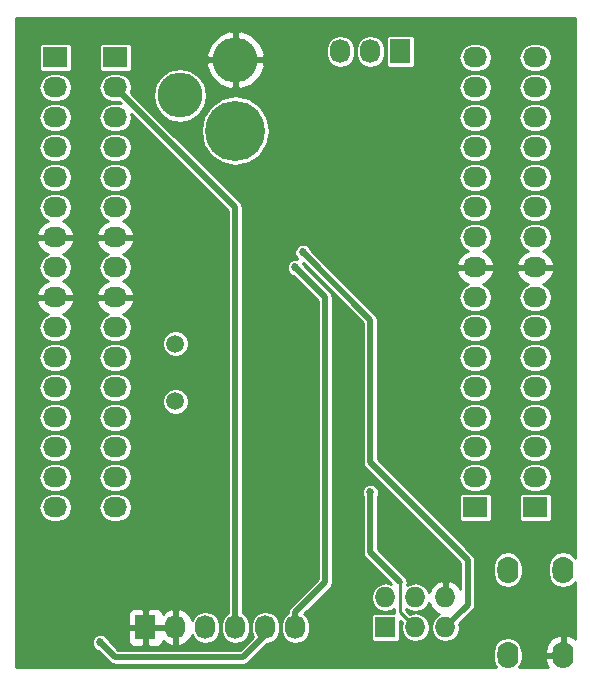
<source format=gbl>
%TF.GenerationSoftware,KiCad,Pcbnew,4.0.2-stable*%
%TF.CreationDate,2016-04-26T19:03:57-04:00*%
%TF.ProjectId,Programmer,50726F6772616D6D65722E6B69636164,rev?*%
%TF.FileFunction,Copper,L2,Bot,Signal*%
%FSLAX46Y46*%
G04 Gerber Fmt 4.6, Leading zero omitted, Abs format (unit mm)*
G04 Created by KiCad (PCBNEW 4.0.2-stable) date 4/26/2016 7:03:57 PM*
%MOMM*%
G01*
G04 APERTURE LIST*
%ADD10C,0.127000*%
%ADD11O,5.080000X5.080000*%
%ADD12O,3.810000X3.810000*%
%ADD13R,1.727200X2.032000*%
%ADD14O,1.727200X2.032000*%
%ADD15R,2.032000X1.727200*%
%ADD16O,2.032000X1.727200*%
%ADD17R,1.727200X1.727200*%
%ADD18O,1.727200X1.727200*%
%ADD19C,1.501140*%
%ADD20O,1.778000X2.286000*%
%ADD21C,0.685800*%
%ADD22C,0.500000*%
%ADD23C,0.254000*%
G04 APERTURE END LIST*
D10*
D11*
X35560000Y-31600140D03*
D12*
X35560000Y-25600660D03*
X30861000Y-28600400D03*
D13*
X27940000Y-73660000D03*
D14*
X30480000Y-73660000D03*
X33020000Y-73660000D03*
X35560000Y-73660000D03*
X38100000Y-73660000D03*
X40640000Y-73660000D03*
D15*
X25400000Y-25400000D03*
D16*
X25400000Y-27940000D03*
X25400000Y-30480000D03*
X25400000Y-33020000D03*
X25400000Y-35560000D03*
X25400000Y-38100000D03*
X25400000Y-40640000D03*
X25400000Y-43180000D03*
X25400000Y-45720000D03*
X25400000Y-48260000D03*
X25400000Y-50800000D03*
X25400000Y-53340000D03*
X25400000Y-55880000D03*
X25400000Y-58420000D03*
X25400000Y-60960000D03*
X25400000Y-63500000D03*
D17*
X48260000Y-73660000D03*
D18*
X48260000Y-71120000D03*
X50800000Y-73660000D03*
X50800000Y-71120000D03*
X53340000Y-73660000D03*
X53340000Y-71120000D03*
D15*
X55880000Y-63500000D03*
D16*
X55880000Y-60960000D03*
X55880000Y-58420000D03*
X55880000Y-55880000D03*
X55880000Y-53340000D03*
X55880000Y-50800000D03*
X55880000Y-48260000D03*
X55880000Y-45720000D03*
X55880000Y-43180000D03*
X55880000Y-40640000D03*
X55880000Y-38100000D03*
X55880000Y-35560000D03*
X55880000Y-33020000D03*
X55880000Y-30480000D03*
X55880000Y-27940000D03*
X55880000Y-25400000D03*
D19*
X30480000Y-49629060D03*
X30480000Y-54510940D03*
D15*
X20320000Y-25400000D03*
D16*
X20320000Y-27940000D03*
X20320000Y-30480000D03*
X20320000Y-33020000D03*
X20320000Y-35560000D03*
X20320000Y-38100000D03*
X20320000Y-40640000D03*
X20320000Y-43180000D03*
X20320000Y-45720000D03*
X20320000Y-48260000D03*
X20320000Y-50800000D03*
X20320000Y-53340000D03*
X20320000Y-55880000D03*
X20320000Y-58420000D03*
X20320000Y-60960000D03*
X20320000Y-63500000D03*
D15*
X60960000Y-63500000D03*
D16*
X60960000Y-60960000D03*
X60960000Y-58420000D03*
X60960000Y-55880000D03*
X60960000Y-53340000D03*
X60960000Y-50800000D03*
X60960000Y-48260000D03*
X60960000Y-45720000D03*
X60960000Y-43180000D03*
X60960000Y-40640000D03*
X60960000Y-38100000D03*
X60960000Y-35560000D03*
X60960000Y-33020000D03*
X60960000Y-30480000D03*
X60960000Y-27940000D03*
X60960000Y-25400000D03*
D13*
X49530000Y-24892000D03*
D14*
X46990000Y-24892000D03*
X44450000Y-24892000D03*
D20*
X58610500Y-68770500D03*
X58610500Y-76009500D03*
X63309500Y-68770500D03*
X63309500Y-76009500D03*
D21*
X41275000Y-41910000D03*
X40640000Y-43180000D03*
X51308000Y-34798000D03*
X40640000Y-68580000D03*
X41275000Y-54610000D03*
X41275000Y-49530000D03*
X24130000Y-74930000D03*
X46990000Y-62230000D03*
D22*
X53340000Y-73660000D02*
X55245000Y-71755000D01*
X46990000Y-47625000D02*
X41275000Y-41910000D01*
X46990000Y-59690000D02*
X46990000Y-47625000D01*
X55245000Y-67945000D02*
X46990000Y-59690000D01*
X55245000Y-71755000D02*
X55245000Y-67945000D01*
X40640000Y-73660000D02*
X40640000Y-72390000D01*
X43180000Y-45720000D02*
X40640000Y-43180000D01*
X43180000Y-69850000D02*
X43180000Y-45720000D01*
X40640000Y-72390000D02*
X43180000Y-69850000D01*
X35560000Y-73660000D02*
X35560000Y-38100000D01*
X35560000Y-38100000D02*
X25400000Y-27940000D01*
X38100000Y-73660000D02*
X38100000Y-74295000D01*
X38100000Y-74295000D02*
X36195000Y-76200000D01*
X25400000Y-76200000D02*
X24130000Y-74930000D01*
X36195000Y-76200000D02*
X25400000Y-76200000D01*
D23*
X50800000Y-73660000D02*
X49530000Y-72390000D01*
D22*
X46990000Y-67310000D02*
X46990000Y-62230000D01*
X49530000Y-69850000D02*
X46990000Y-67310000D01*
D23*
X49530000Y-72390000D02*
X49530000Y-69850000D01*
G36*
X64325500Y-67765178D02*
X64207526Y-67588617D01*
X63795508Y-67313316D01*
X63309500Y-67216643D01*
X62823492Y-67313316D01*
X62411474Y-67588617D01*
X62136173Y-68000635D01*
X62039500Y-68486643D01*
X62039500Y-69054357D01*
X62136173Y-69540365D01*
X62411474Y-69952383D01*
X62823492Y-70227684D01*
X63309500Y-70324357D01*
X63795508Y-70227684D01*
X64207526Y-69952383D01*
X64325500Y-69775822D01*
X64325500Y-74623466D01*
X64297329Y-74588067D01*
X63775378Y-74298907D01*
X63672513Y-74275366D01*
X63436500Y-74396170D01*
X63436500Y-75882500D01*
X63456500Y-75882500D01*
X63456500Y-76136500D01*
X63436500Y-76136500D01*
X63436500Y-76156500D01*
X63182500Y-76156500D01*
X63182500Y-76136500D01*
X61785500Y-76136500D01*
X61785500Y-76390500D01*
X61950108Y-76964042D01*
X61999018Y-77025500D01*
X59619365Y-77025500D01*
X59783827Y-76779365D01*
X59880500Y-76293357D01*
X59880500Y-75725643D01*
X59861178Y-75628500D01*
X61785500Y-75628500D01*
X61785500Y-75882500D01*
X63182500Y-75882500D01*
X63182500Y-74396170D01*
X62946487Y-74275366D01*
X62843622Y-74298907D01*
X62321671Y-74588067D01*
X61950108Y-75054958D01*
X61785500Y-75628500D01*
X59861178Y-75628500D01*
X59783827Y-75239635D01*
X59508526Y-74827617D01*
X59096508Y-74552316D01*
X58610500Y-74455643D01*
X58124492Y-74552316D01*
X57712474Y-74827617D01*
X57437173Y-75239635D01*
X57340500Y-75725643D01*
X57340500Y-76293357D01*
X57437173Y-76779365D01*
X57601635Y-77025500D01*
X16954500Y-77025500D01*
X16954500Y-75073361D01*
X23405975Y-75073361D01*
X23515950Y-75339521D01*
X23719408Y-75543335D01*
X23944385Y-75636753D01*
X24953815Y-76646184D01*
X25158526Y-76782968D01*
X25198589Y-76790937D01*
X25400000Y-76831000D01*
X36195000Y-76831000D01*
X36436473Y-76782968D01*
X36641184Y-76646184D01*
X38228574Y-75058794D01*
X38576288Y-74989629D01*
X38980065Y-74719834D01*
X39249860Y-74316057D01*
X39344600Y-73839769D01*
X39344600Y-73480231D01*
X39395400Y-73480231D01*
X39395400Y-73839769D01*
X39490140Y-74316057D01*
X39759935Y-74719834D01*
X40163712Y-74989629D01*
X40640000Y-75084369D01*
X41116288Y-74989629D01*
X41520065Y-74719834D01*
X41789860Y-74316057D01*
X41884600Y-73839769D01*
X41884600Y-73480231D01*
X41789860Y-73003943D01*
X41520065Y-72600166D01*
X41401455Y-72520913D01*
X43626184Y-70296185D01*
X43762968Y-70091474D01*
X43770937Y-70051411D01*
X43811000Y-69850000D01*
X43811000Y-45720000D01*
X43762968Y-45478527D01*
X43762968Y-45478526D01*
X43626184Y-45273815D01*
X41346434Y-42994066D01*
X41261753Y-42789121D01*
X46359000Y-47886369D01*
X46359000Y-59690000D01*
X46407032Y-59931473D01*
X46543816Y-60136184D01*
X54614000Y-68206368D01*
X54614000Y-70374848D01*
X54546821Y-70231510D01*
X54114947Y-69837312D01*
X53699026Y-69665042D01*
X53467000Y-69786183D01*
X53467000Y-70993000D01*
X53487000Y-70993000D01*
X53487000Y-71247000D01*
X53467000Y-71247000D01*
X53467000Y-71267000D01*
X53213000Y-71267000D01*
X53213000Y-71247000D01*
X53193000Y-71247000D01*
X53193000Y-70993000D01*
X53213000Y-70993000D01*
X53213000Y-69786183D01*
X52980974Y-69665042D01*
X52565053Y-69837312D01*
X52133179Y-70231510D01*
X51950324Y-70621662D01*
X51949860Y-70619329D01*
X51680065Y-70215552D01*
X51276288Y-69945757D01*
X50800000Y-69851017D01*
X50323712Y-69945757D01*
X50114092Y-70085820D01*
X50160999Y-69850000D01*
X50112968Y-69608526D01*
X49976184Y-69403815D01*
X47621000Y-67048632D01*
X47621000Y-62598050D01*
X47713774Y-62374624D01*
X47714025Y-62086639D01*
X47604050Y-61820479D01*
X47400592Y-61616665D01*
X47134624Y-61506226D01*
X46846639Y-61505975D01*
X46580479Y-61615950D01*
X46376665Y-61819408D01*
X46266226Y-62085376D01*
X46265975Y-62373361D01*
X46359000Y-62598499D01*
X46359000Y-67310000D01*
X46396558Y-67498816D01*
X46407032Y-67551473D01*
X46543816Y-67756184D01*
X48732668Y-69945037D01*
X48260000Y-69851017D01*
X47783712Y-69945757D01*
X47379935Y-70215552D01*
X47110140Y-70619329D01*
X47015400Y-71095617D01*
X47015400Y-71144383D01*
X47110140Y-71620671D01*
X47379935Y-72024448D01*
X47783712Y-72294243D01*
X48260000Y-72388983D01*
X48736288Y-72294243D01*
X49022000Y-72103336D01*
X49022000Y-72390000D01*
X49025568Y-72407936D01*
X47396400Y-72407936D01*
X47255210Y-72434503D01*
X47125535Y-72517946D01*
X47038541Y-72645266D01*
X47007936Y-72796400D01*
X47007936Y-74523600D01*
X47034503Y-74664790D01*
X47117946Y-74794465D01*
X47245266Y-74881459D01*
X47396400Y-74912064D01*
X49123600Y-74912064D01*
X49264790Y-74885497D01*
X49394465Y-74802054D01*
X49481459Y-74674734D01*
X49512064Y-74523600D01*
X49512064Y-73090484D01*
X49638654Y-73217074D01*
X49555400Y-73635617D01*
X49555400Y-73684383D01*
X49650140Y-74160671D01*
X49919935Y-74564448D01*
X50323712Y-74834243D01*
X50800000Y-74928983D01*
X51276288Y-74834243D01*
X51680065Y-74564448D01*
X51949860Y-74160671D01*
X52044600Y-73684383D01*
X52044600Y-73635617D01*
X51949860Y-73159329D01*
X51680065Y-72755552D01*
X51276288Y-72485757D01*
X50800000Y-72391017D01*
X50340782Y-72482362D01*
X50038000Y-72179580D01*
X50038000Y-72103336D01*
X50323712Y-72294243D01*
X50800000Y-72388983D01*
X51276288Y-72294243D01*
X51680065Y-72024448D01*
X51949860Y-71620671D01*
X51950324Y-71618338D01*
X52133179Y-72008490D01*
X52565053Y-72402688D01*
X52826172Y-72510841D01*
X52459935Y-72755552D01*
X52190140Y-73159329D01*
X52095400Y-73635617D01*
X52095400Y-73684383D01*
X52190140Y-74160671D01*
X52459935Y-74564448D01*
X52863712Y-74834243D01*
X53340000Y-74928983D01*
X53816288Y-74834243D01*
X54220065Y-74564448D01*
X54489860Y-74160671D01*
X54584600Y-73684383D01*
X54584600Y-73635617D01*
X54530206Y-73362162D01*
X55691184Y-72201184D01*
X55827968Y-71996473D01*
X55876000Y-71755000D01*
X55876000Y-68486643D01*
X57340500Y-68486643D01*
X57340500Y-69054357D01*
X57437173Y-69540365D01*
X57712474Y-69952383D01*
X58124492Y-70227684D01*
X58610500Y-70324357D01*
X59096508Y-70227684D01*
X59508526Y-69952383D01*
X59783827Y-69540365D01*
X59880500Y-69054357D01*
X59880500Y-68486643D01*
X59783827Y-68000635D01*
X59508526Y-67588617D01*
X59096508Y-67313316D01*
X58610500Y-67216643D01*
X58124492Y-67313316D01*
X57712474Y-67588617D01*
X57437173Y-68000635D01*
X57340500Y-68486643D01*
X55876000Y-68486643D01*
X55876000Y-67945000D01*
X55827968Y-67703527D01*
X55691184Y-67498816D01*
X50828768Y-62636400D01*
X54475536Y-62636400D01*
X54475536Y-64363600D01*
X54502103Y-64504790D01*
X54585546Y-64634465D01*
X54712866Y-64721459D01*
X54864000Y-64752064D01*
X56896000Y-64752064D01*
X57037190Y-64725497D01*
X57166865Y-64642054D01*
X57253859Y-64514734D01*
X57284464Y-64363600D01*
X57284464Y-62636400D01*
X59555536Y-62636400D01*
X59555536Y-64363600D01*
X59582103Y-64504790D01*
X59665546Y-64634465D01*
X59792866Y-64721459D01*
X59944000Y-64752064D01*
X61976000Y-64752064D01*
X62117190Y-64725497D01*
X62246865Y-64642054D01*
X62333859Y-64514734D01*
X62364464Y-64363600D01*
X62364464Y-62636400D01*
X62337897Y-62495210D01*
X62254454Y-62365535D01*
X62127134Y-62278541D01*
X61976000Y-62247936D01*
X59944000Y-62247936D01*
X59802810Y-62274503D01*
X59673135Y-62357946D01*
X59586141Y-62485266D01*
X59555536Y-62636400D01*
X57284464Y-62636400D01*
X57257897Y-62495210D01*
X57174454Y-62365535D01*
X57047134Y-62278541D01*
X56896000Y-62247936D01*
X54864000Y-62247936D01*
X54722810Y-62274503D01*
X54593135Y-62357946D01*
X54506141Y-62485266D01*
X54475536Y-62636400D01*
X50828768Y-62636400D01*
X49152368Y-60960000D01*
X54455631Y-60960000D01*
X54550371Y-61436288D01*
X54820166Y-61840065D01*
X55223943Y-62109860D01*
X55700231Y-62204600D01*
X56059769Y-62204600D01*
X56536057Y-62109860D01*
X56939834Y-61840065D01*
X57209629Y-61436288D01*
X57304369Y-60960000D01*
X59535631Y-60960000D01*
X59630371Y-61436288D01*
X59900166Y-61840065D01*
X60303943Y-62109860D01*
X60780231Y-62204600D01*
X61139769Y-62204600D01*
X61616057Y-62109860D01*
X62019834Y-61840065D01*
X62289629Y-61436288D01*
X62384369Y-60960000D01*
X62289629Y-60483712D01*
X62019834Y-60079935D01*
X61616057Y-59810140D01*
X61139769Y-59715400D01*
X60780231Y-59715400D01*
X60303943Y-59810140D01*
X59900166Y-60079935D01*
X59630371Y-60483712D01*
X59535631Y-60960000D01*
X57304369Y-60960000D01*
X57209629Y-60483712D01*
X56939834Y-60079935D01*
X56536057Y-59810140D01*
X56059769Y-59715400D01*
X55700231Y-59715400D01*
X55223943Y-59810140D01*
X54820166Y-60079935D01*
X54550371Y-60483712D01*
X54455631Y-60960000D01*
X49152368Y-60960000D01*
X47621000Y-59428632D01*
X47621000Y-58420000D01*
X54455631Y-58420000D01*
X54550371Y-58896288D01*
X54820166Y-59300065D01*
X55223943Y-59569860D01*
X55700231Y-59664600D01*
X56059769Y-59664600D01*
X56536057Y-59569860D01*
X56939834Y-59300065D01*
X57209629Y-58896288D01*
X57304369Y-58420000D01*
X59535631Y-58420000D01*
X59630371Y-58896288D01*
X59900166Y-59300065D01*
X60303943Y-59569860D01*
X60780231Y-59664600D01*
X61139769Y-59664600D01*
X61616057Y-59569860D01*
X62019834Y-59300065D01*
X62289629Y-58896288D01*
X62384369Y-58420000D01*
X62289629Y-57943712D01*
X62019834Y-57539935D01*
X61616057Y-57270140D01*
X61139769Y-57175400D01*
X60780231Y-57175400D01*
X60303943Y-57270140D01*
X59900166Y-57539935D01*
X59630371Y-57943712D01*
X59535631Y-58420000D01*
X57304369Y-58420000D01*
X57209629Y-57943712D01*
X56939834Y-57539935D01*
X56536057Y-57270140D01*
X56059769Y-57175400D01*
X55700231Y-57175400D01*
X55223943Y-57270140D01*
X54820166Y-57539935D01*
X54550371Y-57943712D01*
X54455631Y-58420000D01*
X47621000Y-58420000D01*
X47621000Y-55880000D01*
X54455631Y-55880000D01*
X54550371Y-56356288D01*
X54820166Y-56760065D01*
X55223943Y-57029860D01*
X55700231Y-57124600D01*
X56059769Y-57124600D01*
X56536057Y-57029860D01*
X56939834Y-56760065D01*
X57209629Y-56356288D01*
X57304369Y-55880000D01*
X59535631Y-55880000D01*
X59630371Y-56356288D01*
X59900166Y-56760065D01*
X60303943Y-57029860D01*
X60780231Y-57124600D01*
X61139769Y-57124600D01*
X61616057Y-57029860D01*
X62019834Y-56760065D01*
X62289629Y-56356288D01*
X62384369Y-55880000D01*
X62289629Y-55403712D01*
X62019834Y-54999935D01*
X61616057Y-54730140D01*
X61139769Y-54635400D01*
X60780231Y-54635400D01*
X60303943Y-54730140D01*
X59900166Y-54999935D01*
X59630371Y-55403712D01*
X59535631Y-55880000D01*
X57304369Y-55880000D01*
X57209629Y-55403712D01*
X56939834Y-54999935D01*
X56536057Y-54730140D01*
X56059769Y-54635400D01*
X55700231Y-54635400D01*
X55223943Y-54730140D01*
X54820166Y-54999935D01*
X54550371Y-55403712D01*
X54455631Y-55880000D01*
X47621000Y-55880000D01*
X47621000Y-53340000D01*
X54455631Y-53340000D01*
X54550371Y-53816288D01*
X54820166Y-54220065D01*
X55223943Y-54489860D01*
X55700231Y-54584600D01*
X56059769Y-54584600D01*
X56536057Y-54489860D01*
X56939834Y-54220065D01*
X57209629Y-53816288D01*
X57304369Y-53340000D01*
X59535631Y-53340000D01*
X59630371Y-53816288D01*
X59900166Y-54220065D01*
X60303943Y-54489860D01*
X60780231Y-54584600D01*
X61139769Y-54584600D01*
X61616057Y-54489860D01*
X62019834Y-54220065D01*
X62289629Y-53816288D01*
X62384369Y-53340000D01*
X62289629Y-52863712D01*
X62019834Y-52459935D01*
X61616057Y-52190140D01*
X61139769Y-52095400D01*
X60780231Y-52095400D01*
X60303943Y-52190140D01*
X59900166Y-52459935D01*
X59630371Y-52863712D01*
X59535631Y-53340000D01*
X57304369Y-53340000D01*
X57209629Y-52863712D01*
X56939834Y-52459935D01*
X56536057Y-52190140D01*
X56059769Y-52095400D01*
X55700231Y-52095400D01*
X55223943Y-52190140D01*
X54820166Y-52459935D01*
X54550371Y-52863712D01*
X54455631Y-53340000D01*
X47621000Y-53340000D01*
X47621000Y-50800000D01*
X54455631Y-50800000D01*
X54550371Y-51276288D01*
X54820166Y-51680065D01*
X55223943Y-51949860D01*
X55700231Y-52044600D01*
X56059769Y-52044600D01*
X56536057Y-51949860D01*
X56939834Y-51680065D01*
X57209629Y-51276288D01*
X57304369Y-50800000D01*
X59535631Y-50800000D01*
X59630371Y-51276288D01*
X59900166Y-51680065D01*
X60303943Y-51949860D01*
X60780231Y-52044600D01*
X61139769Y-52044600D01*
X61616057Y-51949860D01*
X62019834Y-51680065D01*
X62289629Y-51276288D01*
X62384369Y-50800000D01*
X62289629Y-50323712D01*
X62019834Y-49919935D01*
X61616057Y-49650140D01*
X61139769Y-49555400D01*
X60780231Y-49555400D01*
X60303943Y-49650140D01*
X59900166Y-49919935D01*
X59630371Y-50323712D01*
X59535631Y-50800000D01*
X57304369Y-50800000D01*
X57209629Y-50323712D01*
X56939834Y-49919935D01*
X56536057Y-49650140D01*
X56059769Y-49555400D01*
X55700231Y-49555400D01*
X55223943Y-49650140D01*
X54820166Y-49919935D01*
X54550371Y-50323712D01*
X54455631Y-50800000D01*
X47621000Y-50800000D01*
X47621000Y-48260000D01*
X54455631Y-48260000D01*
X54550371Y-48736288D01*
X54820166Y-49140065D01*
X55223943Y-49409860D01*
X55700231Y-49504600D01*
X56059769Y-49504600D01*
X56536057Y-49409860D01*
X56939834Y-49140065D01*
X57209629Y-48736288D01*
X57304369Y-48260000D01*
X59535631Y-48260000D01*
X59630371Y-48736288D01*
X59900166Y-49140065D01*
X60303943Y-49409860D01*
X60780231Y-49504600D01*
X61139769Y-49504600D01*
X61616057Y-49409860D01*
X62019834Y-49140065D01*
X62289629Y-48736288D01*
X62384369Y-48260000D01*
X62289629Y-47783712D01*
X62019834Y-47379935D01*
X61616057Y-47110140D01*
X61139769Y-47015400D01*
X60780231Y-47015400D01*
X60303943Y-47110140D01*
X59900166Y-47379935D01*
X59630371Y-47783712D01*
X59535631Y-48260000D01*
X57304369Y-48260000D01*
X57209629Y-47783712D01*
X56939834Y-47379935D01*
X56536057Y-47110140D01*
X56059769Y-47015400D01*
X55700231Y-47015400D01*
X55223943Y-47110140D01*
X54820166Y-47379935D01*
X54550371Y-47783712D01*
X54455631Y-48260000D01*
X47621000Y-48260000D01*
X47621000Y-47625000D01*
X47572968Y-47383527D01*
X47453803Y-47205184D01*
X47436185Y-47178816D01*
X43796395Y-43539026D01*
X54272642Y-43539026D01*
X54275291Y-43554791D01*
X54529268Y-44082036D01*
X54965680Y-44471954D01*
X55238243Y-44567296D01*
X55223943Y-44570140D01*
X54820166Y-44839935D01*
X54550371Y-45243712D01*
X54455631Y-45720000D01*
X54550371Y-46196288D01*
X54820166Y-46600065D01*
X55223943Y-46869860D01*
X55700231Y-46964600D01*
X56059769Y-46964600D01*
X56536057Y-46869860D01*
X56939834Y-46600065D01*
X57209629Y-46196288D01*
X57304369Y-45720000D01*
X57209629Y-45243712D01*
X56939834Y-44839935D01*
X56536057Y-44570140D01*
X56521757Y-44567296D01*
X56794320Y-44471954D01*
X57230732Y-44082036D01*
X57484709Y-43554791D01*
X57487358Y-43539026D01*
X59352642Y-43539026D01*
X59355291Y-43554791D01*
X59609268Y-44082036D01*
X60045680Y-44471954D01*
X60318243Y-44567296D01*
X60303943Y-44570140D01*
X59900166Y-44839935D01*
X59630371Y-45243712D01*
X59535631Y-45720000D01*
X59630371Y-46196288D01*
X59900166Y-46600065D01*
X60303943Y-46869860D01*
X60780231Y-46964600D01*
X61139769Y-46964600D01*
X61616057Y-46869860D01*
X62019834Y-46600065D01*
X62289629Y-46196288D01*
X62384369Y-45720000D01*
X62289629Y-45243712D01*
X62019834Y-44839935D01*
X61616057Y-44570140D01*
X61601757Y-44567296D01*
X61874320Y-44471954D01*
X62310732Y-44082036D01*
X62564709Y-43554791D01*
X62567358Y-43539026D01*
X62446217Y-43307000D01*
X61087000Y-43307000D01*
X61087000Y-43327000D01*
X60833000Y-43327000D01*
X60833000Y-43307000D01*
X59473783Y-43307000D01*
X59352642Y-43539026D01*
X57487358Y-43539026D01*
X57366217Y-43307000D01*
X56007000Y-43307000D01*
X56007000Y-43327000D01*
X55753000Y-43327000D01*
X55753000Y-43307000D01*
X54393783Y-43307000D01*
X54272642Y-43539026D01*
X43796395Y-43539026D01*
X43078343Y-42820974D01*
X54272642Y-42820974D01*
X54393783Y-43053000D01*
X55753000Y-43053000D01*
X55753000Y-43033000D01*
X56007000Y-43033000D01*
X56007000Y-43053000D01*
X57366217Y-43053000D01*
X57487358Y-42820974D01*
X59352642Y-42820974D01*
X59473783Y-43053000D01*
X60833000Y-43053000D01*
X60833000Y-43033000D01*
X61087000Y-43033000D01*
X61087000Y-43053000D01*
X62446217Y-43053000D01*
X62567358Y-42820974D01*
X62564709Y-42805209D01*
X62310732Y-42277964D01*
X61874320Y-41888046D01*
X61601757Y-41792704D01*
X61616057Y-41789860D01*
X62019834Y-41520065D01*
X62289629Y-41116288D01*
X62384369Y-40640000D01*
X62289629Y-40163712D01*
X62019834Y-39759935D01*
X61616057Y-39490140D01*
X61139769Y-39395400D01*
X60780231Y-39395400D01*
X60303943Y-39490140D01*
X59900166Y-39759935D01*
X59630371Y-40163712D01*
X59535631Y-40640000D01*
X59630371Y-41116288D01*
X59900166Y-41520065D01*
X60303943Y-41789860D01*
X60318243Y-41792704D01*
X60045680Y-41888046D01*
X59609268Y-42277964D01*
X59355291Y-42805209D01*
X59352642Y-42820974D01*
X57487358Y-42820974D01*
X57484709Y-42805209D01*
X57230732Y-42277964D01*
X56794320Y-41888046D01*
X56521757Y-41792704D01*
X56536057Y-41789860D01*
X56939834Y-41520065D01*
X57209629Y-41116288D01*
X57304369Y-40640000D01*
X57209629Y-40163712D01*
X56939834Y-39759935D01*
X56536057Y-39490140D01*
X56059769Y-39395400D01*
X55700231Y-39395400D01*
X55223943Y-39490140D01*
X54820166Y-39759935D01*
X54550371Y-40163712D01*
X54455631Y-40640000D01*
X54550371Y-41116288D01*
X54820166Y-41520065D01*
X55223943Y-41789860D01*
X55238243Y-41792704D01*
X54965680Y-41888046D01*
X54529268Y-42277964D01*
X54275291Y-42805209D01*
X54272642Y-42820974D01*
X43078343Y-42820974D01*
X41981434Y-41724066D01*
X41889050Y-41500479D01*
X41685592Y-41296665D01*
X41419624Y-41186226D01*
X41131639Y-41185975D01*
X40865479Y-41295950D01*
X40661665Y-41499408D01*
X40551226Y-41765376D01*
X40550975Y-42053361D01*
X40660950Y-42319521D01*
X40806473Y-42465298D01*
X40784624Y-42456226D01*
X40496639Y-42455975D01*
X40230479Y-42565950D01*
X40026665Y-42769408D01*
X39916226Y-43035376D01*
X39915975Y-43323361D01*
X40025950Y-43589521D01*
X40229408Y-43793335D01*
X40454385Y-43886753D01*
X42549000Y-45981369D01*
X42549000Y-69588631D01*
X40193816Y-71943816D01*
X40057032Y-72148527D01*
X40009000Y-72390000D01*
X40009000Y-72433746D01*
X39759935Y-72600166D01*
X39490140Y-73003943D01*
X39395400Y-73480231D01*
X39344600Y-73480231D01*
X39249860Y-73003943D01*
X38980065Y-72600166D01*
X38576288Y-72330371D01*
X38100000Y-72235631D01*
X37623712Y-72330371D01*
X37219935Y-72600166D01*
X36950140Y-73003943D01*
X36855400Y-73480231D01*
X36855400Y-73839769D01*
X36950140Y-74316057D01*
X37044843Y-74457789D01*
X35933632Y-75569000D01*
X25661369Y-75569000D01*
X24836434Y-74744066D01*
X24744050Y-74520479D01*
X24540592Y-74316665D01*
X24274624Y-74206226D01*
X23986639Y-74205975D01*
X23720479Y-74315950D01*
X23516665Y-74519408D01*
X23406226Y-74785376D01*
X23405975Y-75073361D01*
X16954500Y-75073361D01*
X16954500Y-73945750D01*
X26441400Y-73945750D01*
X26441400Y-74802309D01*
X26538073Y-75035698D01*
X26716701Y-75214327D01*
X26950090Y-75311000D01*
X27654250Y-75311000D01*
X27813000Y-75152250D01*
X27813000Y-73787000D01*
X28067000Y-73787000D01*
X28067000Y-75152250D01*
X28225750Y-75311000D01*
X28929910Y-75311000D01*
X29163299Y-75214327D01*
X29341927Y-75035698D01*
X29423759Y-74838139D01*
X29577964Y-75010732D01*
X30105209Y-75264709D01*
X30120974Y-75267358D01*
X30353000Y-75146217D01*
X30353000Y-73787000D01*
X28067000Y-73787000D01*
X27813000Y-73787000D01*
X26600150Y-73787000D01*
X26441400Y-73945750D01*
X16954500Y-73945750D01*
X16954500Y-72517691D01*
X26441400Y-72517691D01*
X26441400Y-73374250D01*
X26600150Y-73533000D01*
X27813000Y-73533000D01*
X27813000Y-72167750D01*
X28067000Y-72167750D01*
X28067000Y-73533000D01*
X30353000Y-73533000D01*
X30353000Y-72173783D01*
X30607000Y-72173783D01*
X30607000Y-73533000D01*
X30627000Y-73533000D01*
X30627000Y-73787000D01*
X30607000Y-73787000D01*
X30607000Y-75146217D01*
X30839026Y-75267358D01*
X30854791Y-75264709D01*
X31382036Y-75010732D01*
X31771954Y-74574320D01*
X31867296Y-74301757D01*
X31870140Y-74316057D01*
X32139935Y-74719834D01*
X32543712Y-74989629D01*
X33020000Y-75084369D01*
X33496288Y-74989629D01*
X33900065Y-74719834D01*
X34169860Y-74316057D01*
X34264600Y-73839769D01*
X34264600Y-73480231D01*
X34169860Y-73003943D01*
X33900065Y-72600166D01*
X33496288Y-72330371D01*
X33020000Y-72235631D01*
X32543712Y-72330371D01*
X32139935Y-72600166D01*
X31870140Y-73003943D01*
X31867296Y-73018243D01*
X31771954Y-72745680D01*
X31382036Y-72309268D01*
X30854791Y-72055291D01*
X30839026Y-72052642D01*
X30607000Y-72173783D01*
X30353000Y-72173783D01*
X30120974Y-72052642D01*
X30105209Y-72055291D01*
X29577964Y-72309268D01*
X29423759Y-72481861D01*
X29341927Y-72284302D01*
X29163299Y-72105673D01*
X28929910Y-72009000D01*
X28225750Y-72009000D01*
X28067000Y-72167750D01*
X27813000Y-72167750D01*
X27654250Y-72009000D01*
X26950090Y-72009000D01*
X26716701Y-72105673D01*
X26538073Y-72284302D01*
X26441400Y-72517691D01*
X16954500Y-72517691D01*
X16954500Y-63500000D01*
X18895631Y-63500000D01*
X18990371Y-63976288D01*
X19260166Y-64380065D01*
X19663943Y-64649860D01*
X20140231Y-64744600D01*
X20499769Y-64744600D01*
X20976057Y-64649860D01*
X21379834Y-64380065D01*
X21649629Y-63976288D01*
X21744369Y-63500000D01*
X23975631Y-63500000D01*
X24070371Y-63976288D01*
X24340166Y-64380065D01*
X24743943Y-64649860D01*
X25220231Y-64744600D01*
X25579769Y-64744600D01*
X26056057Y-64649860D01*
X26459834Y-64380065D01*
X26729629Y-63976288D01*
X26824369Y-63500000D01*
X26729629Y-63023712D01*
X26459834Y-62619935D01*
X26056057Y-62350140D01*
X25579769Y-62255400D01*
X25220231Y-62255400D01*
X24743943Y-62350140D01*
X24340166Y-62619935D01*
X24070371Y-63023712D01*
X23975631Y-63500000D01*
X21744369Y-63500000D01*
X21649629Y-63023712D01*
X21379834Y-62619935D01*
X20976057Y-62350140D01*
X20499769Y-62255400D01*
X20140231Y-62255400D01*
X19663943Y-62350140D01*
X19260166Y-62619935D01*
X18990371Y-63023712D01*
X18895631Y-63500000D01*
X16954500Y-63500000D01*
X16954500Y-60960000D01*
X18895631Y-60960000D01*
X18990371Y-61436288D01*
X19260166Y-61840065D01*
X19663943Y-62109860D01*
X20140231Y-62204600D01*
X20499769Y-62204600D01*
X20976057Y-62109860D01*
X21379834Y-61840065D01*
X21649629Y-61436288D01*
X21744369Y-60960000D01*
X23975631Y-60960000D01*
X24070371Y-61436288D01*
X24340166Y-61840065D01*
X24743943Y-62109860D01*
X25220231Y-62204600D01*
X25579769Y-62204600D01*
X26056057Y-62109860D01*
X26459834Y-61840065D01*
X26729629Y-61436288D01*
X26824369Y-60960000D01*
X26729629Y-60483712D01*
X26459834Y-60079935D01*
X26056057Y-59810140D01*
X25579769Y-59715400D01*
X25220231Y-59715400D01*
X24743943Y-59810140D01*
X24340166Y-60079935D01*
X24070371Y-60483712D01*
X23975631Y-60960000D01*
X21744369Y-60960000D01*
X21649629Y-60483712D01*
X21379834Y-60079935D01*
X20976057Y-59810140D01*
X20499769Y-59715400D01*
X20140231Y-59715400D01*
X19663943Y-59810140D01*
X19260166Y-60079935D01*
X18990371Y-60483712D01*
X18895631Y-60960000D01*
X16954500Y-60960000D01*
X16954500Y-58420000D01*
X18895631Y-58420000D01*
X18990371Y-58896288D01*
X19260166Y-59300065D01*
X19663943Y-59569860D01*
X20140231Y-59664600D01*
X20499769Y-59664600D01*
X20976057Y-59569860D01*
X21379834Y-59300065D01*
X21649629Y-58896288D01*
X21744369Y-58420000D01*
X23975631Y-58420000D01*
X24070371Y-58896288D01*
X24340166Y-59300065D01*
X24743943Y-59569860D01*
X25220231Y-59664600D01*
X25579769Y-59664600D01*
X26056057Y-59569860D01*
X26459834Y-59300065D01*
X26729629Y-58896288D01*
X26824369Y-58420000D01*
X26729629Y-57943712D01*
X26459834Y-57539935D01*
X26056057Y-57270140D01*
X25579769Y-57175400D01*
X25220231Y-57175400D01*
X24743943Y-57270140D01*
X24340166Y-57539935D01*
X24070371Y-57943712D01*
X23975631Y-58420000D01*
X21744369Y-58420000D01*
X21649629Y-57943712D01*
X21379834Y-57539935D01*
X20976057Y-57270140D01*
X20499769Y-57175400D01*
X20140231Y-57175400D01*
X19663943Y-57270140D01*
X19260166Y-57539935D01*
X18990371Y-57943712D01*
X18895631Y-58420000D01*
X16954500Y-58420000D01*
X16954500Y-55880000D01*
X18895631Y-55880000D01*
X18990371Y-56356288D01*
X19260166Y-56760065D01*
X19663943Y-57029860D01*
X20140231Y-57124600D01*
X20499769Y-57124600D01*
X20976057Y-57029860D01*
X21379834Y-56760065D01*
X21649629Y-56356288D01*
X21744369Y-55880000D01*
X23975631Y-55880000D01*
X24070371Y-56356288D01*
X24340166Y-56760065D01*
X24743943Y-57029860D01*
X25220231Y-57124600D01*
X25579769Y-57124600D01*
X26056057Y-57029860D01*
X26459834Y-56760065D01*
X26729629Y-56356288D01*
X26824369Y-55880000D01*
X26729629Y-55403712D01*
X26459834Y-54999935D01*
X26063385Y-54735036D01*
X29348234Y-54735036D01*
X29520142Y-55151086D01*
X29838180Y-55469679D01*
X30253929Y-55642313D01*
X30704096Y-55642706D01*
X31120146Y-55470798D01*
X31438739Y-55152760D01*
X31611373Y-54737011D01*
X31611766Y-54286844D01*
X31439858Y-53870794D01*
X31121820Y-53552201D01*
X30706071Y-53379567D01*
X30255904Y-53379174D01*
X29839854Y-53551082D01*
X29521261Y-53869120D01*
X29348627Y-54284869D01*
X29348234Y-54735036D01*
X26063385Y-54735036D01*
X26056057Y-54730140D01*
X25579769Y-54635400D01*
X25220231Y-54635400D01*
X24743943Y-54730140D01*
X24340166Y-54999935D01*
X24070371Y-55403712D01*
X23975631Y-55880000D01*
X21744369Y-55880000D01*
X21649629Y-55403712D01*
X21379834Y-54999935D01*
X20976057Y-54730140D01*
X20499769Y-54635400D01*
X20140231Y-54635400D01*
X19663943Y-54730140D01*
X19260166Y-54999935D01*
X18990371Y-55403712D01*
X18895631Y-55880000D01*
X16954500Y-55880000D01*
X16954500Y-53340000D01*
X18895631Y-53340000D01*
X18990371Y-53816288D01*
X19260166Y-54220065D01*
X19663943Y-54489860D01*
X20140231Y-54584600D01*
X20499769Y-54584600D01*
X20976057Y-54489860D01*
X21379834Y-54220065D01*
X21649629Y-53816288D01*
X21744369Y-53340000D01*
X23975631Y-53340000D01*
X24070371Y-53816288D01*
X24340166Y-54220065D01*
X24743943Y-54489860D01*
X25220231Y-54584600D01*
X25579769Y-54584600D01*
X26056057Y-54489860D01*
X26459834Y-54220065D01*
X26729629Y-53816288D01*
X26824369Y-53340000D01*
X26729629Y-52863712D01*
X26459834Y-52459935D01*
X26056057Y-52190140D01*
X25579769Y-52095400D01*
X25220231Y-52095400D01*
X24743943Y-52190140D01*
X24340166Y-52459935D01*
X24070371Y-52863712D01*
X23975631Y-53340000D01*
X21744369Y-53340000D01*
X21649629Y-52863712D01*
X21379834Y-52459935D01*
X20976057Y-52190140D01*
X20499769Y-52095400D01*
X20140231Y-52095400D01*
X19663943Y-52190140D01*
X19260166Y-52459935D01*
X18990371Y-52863712D01*
X18895631Y-53340000D01*
X16954500Y-53340000D01*
X16954500Y-50800000D01*
X18895631Y-50800000D01*
X18990371Y-51276288D01*
X19260166Y-51680065D01*
X19663943Y-51949860D01*
X20140231Y-52044600D01*
X20499769Y-52044600D01*
X20976057Y-51949860D01*
X21379834Y-51680065D01*
X21649629Y-51276288D01*
X21744369Y-50800000D01*
X23975631Y-50800000D01*
X24070371Y-51276288D01*
X24340166Y-51680065D01*
X24743943Y-51949860D01*
X25220231Y-52044600D01*
X25579769Y-52044600D01*
X26056057Y-51949860D01*
X26459834Y-51680065D01*
X26729629Y-51276288D01*
X26824369Y-50800000D01*
X26729629Y-50323712D01*
X26459834Y-49919935D01*
X26359893Y-49853156D01*
X29348234Y-49853156D01*
X29520142Y-50269206D01*
X29838180Y-50587799D01*
X30253929Y-50760433D01*
X30704096Y-50760826D01*
X31120146Y-50588918D01*
X31438739Y-50270880D01*
X31611373Y-49855131D01*
X31611766Y-49404964D01*
X31439858Y-48988914D01*
X31121820Y-48670321D01*
X30706071Y-48497687D01*
X30255904Y-48497294D01*
X29839854Y-48669202D01*
X29521261Y-48987240D01*
X29348627Y-49402989D01*
X29348234Y-49853156D01*
X26359893Y-49853156D01*
X26056057Y-49650140D01*
X25579769Y-49555400D01*
X25220231Y-49555400D01*
X24743943Y-49650140D01*
X24340166Y-49919935D01*
X24070371Y-50323712D01*
X23975631Y-50800000D01*
X21744369Y-50800000D01*
X21649629Y-50323712D01*
X21379834Y-49919935D01*
X20976057Y-49650140D01*
X20499769Y-49555400D01*
X20140231Y-49555400D01*
X19663943Y-49650140D01*
X19260166Y-49919935D01*
X18990371Y-50323712D01*
X18895631Y-50800000D01*
X16954500Y-50800000D01*
X16954500Y-46079026D01*
X18712642Y-46079026D01*
X18715291Y-46094791D01*
X18969268Y-46622036D01*
X19405680Y-47011954D01*
X19678243Y-47107296D01*
X19663943Y-47110140D01*
X19260166Y-47379935D01*
X18990371Y-47783712D01*
X18895631Y-48260000D01*
X18990371Y-48736288D01*
X19260166Y-49140065D01*
X19663943Y-49409860D01*
X20140231Y-49504600D01*
X20499769Y-49504600D01*
X20976057Y-49409860D01*
X21379834Y-49140065D01*
X21649629Y-48736288D01*
X21744369Y-48260000D01*
X21649629Y-47783712D01*
X21379834Y-47379935D01*
X20976057Y-47110140D01*
X20961757Y-47107296D01*
X21234320Y-47011954D01*
X21670732Y-46622036D01*
X21924709Y-46094791D01*
X21927358Y-46079026D01*
X23792642Y-46079026D01*
X23795291Y-46094791D01*
X24049268Y-46622036D01*
X24485680Y-47011954D01*
X24758243Y-47107296D01*
X24743943Y-47110140D01*
X24340166Y-47379935D01*
X24070371Y-47783712D01*
X23975631Y-48260000D01*
X24070371Y-48736288D01*
X24340166Y-49140065D01*
X24743943Y-49409860D01*
X25220231Y-49504600D01*
X25579769Y-49504600D01*
X26056057Y-49409860D01*
X26459834Y-49140065D01*
X26729629Y-48736288D01*
X26824369Y-48260000D01*
X26729629Y-47783712D01*
X26459834Y-47379935D01*
X26056057Y-47110140D01*
X26041757Y-47107296D01*
X26314320Y-47011954D01*
X26750732Y-46622036D01*
X27004709Y-46094791D01*
X27007358Y-46079026D01*
X26886217Y-45847000D01*
X25527000Y-45847000D01*
X25527000Y-45867000D01*
X25273000Y-45867000D01*
X25273000Y-45847000D01*
X23913783Y-45847000D01*
X23792642Y-46079026D01*
X21927358Y-46079026D01*
X21806217Y-45847000D01*
X20447000Y-45847000D01*
X20447000Y-45867000D01*
X20193000Y-45867000D01*
X20193000Y-45847000D01*
X18833783Y-45847000D01*
X18712642Y-46079026D01*
X16954500Y-46079026D01*
X16954500Y-40999026D01*
X18712642Y-40999026D01*
X18715291Y-41014791D01*
X18969268Y-41542036D01*
X19405680Y-41931954D01*
X19678243Y-42027296D01*
X19663943Y-42030140D01*
X19260166Y-42299935D01*
X18990371Y-42703712D01*
X18895631Y-43180000D01*
X18990371Y-43656288D01*
X19260166Y-44060065D01*
X19663943Y-44329860D01*
X19678243Y-44332704D01*
X19405680Y-44428046D01*
X18969268Y-44817964D01*
X18715291Y-45345209D01*
X18712642Y-45360974D01*
X18833783Y-45593000D01*
X20193000Y-45593000D01*
X20193000Y-45573000D01*
X20447000Y-45573000D01*
X20447000Y-45593000D01*
X21806217Y-45593000D01*
X21927358Y-45360974D01*
X21924709Y-45345209D01*
X21670732Y-44817964D01*
X21234320Y-44428046D01*
X20961757Y-44332704D01*
X20976057Y-44329860D01*
X21379834Y-44060065D01*
X21649629Y-43656288D01*
X21744369Y-43180000D01*
X21649629Y-42703712D01*
X21379834Y-42299935D01*
X20976057Y-42030140D01*
X20961757Y-42027296D01*
X21234320Y-41931954D01*
X21670732Y-41542036D01*
X21924709Y-41014791D01*
X21927358Y-40999026D01*
X23792642Y-40999026D01*
X23795291Y-41014791D01*
X24049268Y-41542036D01*
X24485680Y-41931954D01*
X24758243Y-42027296D01*
X24743943Y-42030140D01*
X24340166Y-42299935D01*
X24070371Y-42703712D01*
X23975631Y-43180000D01*
X24070371Y-43656288D01*
X24340166Y-44060065D01*
X24743943Y-44329860D01*
X24758243Y-44332704D01*
X24485680Y-44428046D01*
X24049268Y-44817964D01*
X23795291Y-45345209D01*
X23792642Y-45360974D01*
X23913783Y-45593000D01*
X25273000Y-45593000D01*
X25273000Y-45573000D01*
X25527000Y-45573000D01*
X25527000Y-45593000D01*
X26886217Y-45593000D01*
X27007358Y-45360974D01*
X27004709Y-45345209D01*
X26750732Y-44817964D01*
X26314320Y-44428046D01*
X26041757Y-44332704D01*
X26056057Y-44329860D01*
X26459834Y-44060065D01*
X26729629Y-43656288D01*
X26824369Y-43180000D01*
X26729629Y-42703712D01*
X26459834Y-42299935D01*
X26056057Y-42030140D01*
X26041757Y-42027296D01*
X26314320Y-41931954D01*
X26750732Y-41542036D01*
X27004709Y-41014791D01*
X27007358Y-40999026D01*
X26886217Y-40767000D01*
X25527000Y-40767000D01*
X25527000Y-40787000D01*
X25273000Y-40787000D01*
X25273000Y-40767000D01*
X23913783Y-40767000D01*
X23792642Y-40999026D01*
X21927358Y-40999026D01*
X21806217Y-40767000D01*
X20447000Y-40767000D01*
X20447000Y-40787000D01*
X20193000Y-40787000D01*
X20193000Y-40767000D01*
X18833783Y-40767000D01*
X18712642Y-40999026D01*
X16954500Y-40999026D01*
X16954500Y-40280974D01*
X18712642Y-40280974D01*
X18833783Y-40513000D01*
X20193000Y-40513000D01*
X20193000Y-40493000D01*
X20447000Y-40493000D01*
X20447000Y-40513000D01*
X21806217Y-40513000D01*
X21927358Y-40280974D01*
X23792642Y-40280974D01*
X23913783Y-40513000D01*
X25273000Y-40513000D01*
X25273000Y-40493000D01*
X25527000Y-40493000D01*
X25527000Y-40513000D01*
X26886217Y-40513000D01*
X27007358Y-40280974D01*
X27004709Y-40265209D01*
X26750732Y-39737964D01*
X26314320Y-39348046D01*
X26041757Y-39252704D01*
X26056057Y-39249860D01*
X26459834Y-38980065D01*
X26729629Y-38576288D01*
X26824369Y-38100000D01*
X26729629Y-37623712D01*
X26459834Y-37219935D01*
X26056057Y-36950140D01*
X25579769Y-36855400D01*
X25220231Y-36855400D01*
X24743943Y-36950140D01*
X24340166Y-37219935D01*
X24070371Y-37623712D01*
X23975631Y-38100000D01*
X24070371Y-38576288D01*
X24340166Y-38980065D01*
X24743943Y-39249860D01*
X24758243Y-39252704D01*
X24485680Y-39348046D01*
X24049268Y-39737964D01*
X23795291Y-40265209D01*
X23792642Y-40280974D01*
X21927358Y-40280974D01*
X21924709Y-40265209D01*
X21670732Y-39737964D01*
X21234320Y-39348046D01*
X20961757Y-39252704D01*
X20976057Y-39249860D01*
X21379834Y-38980065D01*
X21649629Y-38576288D01*
X21744369Y-38100000D01*
X21649629Y-37623712D01*
X21379834Y-37219935D01*
X20976057Y-36950140D01*
X20499769Y-36855400D01*
X20140231Y-36855400D01*
X19663943Y-36950140D01*
X19260166Y-37219935D01*
X18990371Y-37623712D01*
X18895631Y-38100000D01*
X18990371Y-38576288D01*
X19260166Y-38980065D01*
X19663943Y-39249860D01*
X19678243Y-39252704D01*
X19405680Y-39348046D01*
X18969268Y-39737964D01*
X18715291Y-40265209D01*
X18712642Y-40280974D01*
X16954500Y-40280974D01*
X16954500Y-35560000D01*
X18895631Y-35560000D01*
X18990371Y-36036288D01*
X19260166Y-36440065D01*
X19663943Y-36709860D01*
X20140231Y-36804600D01*
X20499769Y-36804600D01*
X20976057Y-36709860D01*
X21379834Y-36440065D01*
X21649629Y-36036288D01*
X21744369Y-35560000D01*
X23975631Y-35560000D01*
X24070371Y-36036288D01*
X24340166Y-36440065D01*
X24743943Y-36709860D01*
X25220231Y-36804600D01*
X25579769Y-36804600D01*
X26056057Y-36709860D01*
X26459834Y-36440065D01*
X26729629Y-36036288D01*
X26824369Y-35560000D01*
X26729629Y-35083712D01*
X26459834Y-34679935D01*
X26056057Y-34410140D01*
X25579769Y-34315400D01*
X25220231Y-34315400D01*
X24743943Y-34410140D01*
X24340166Y-34679935D01*
X24070371Y-35083712D01*
X23975631Y-35560000D01*
X21744369Y-35560000D01*
X21649629Y-35083712D01*
X21379834Y-34679935D01*
X20976057Y-34410140D01*
X20499769Y-34315400D01*
X20140231Y-34315400D01*
X19663943Y-34410140D01*
X19260166Y-34679935D01*
X18990371Y-35083712D01*
X18895631Y-35560000D01*
X16954500Y-35560000D01*
X16954500Y-33020000D01*
X18895631Y-33020000D01*
X18990371Y-33496288D01*
X19260166Y-33900065D01*
X19663943Y-34169860D01*
X20140231Y-34264600D01*
X20499769Y-34264600D01*
X20976057Y-34169860D01*
X21379834Y-33900065D01*
X21649629Y-33496288D01*
X21744369Y-33020000D01*
X23975631Y-33020000D01*
X24070371Y-33496288D01*
X24340166Y-33900065D01*
X24743943Y-34169860D01*
X25220231Y-34264600D01*
X25579769Y-34264600D01*
X26056057Y-34169860D01*
X26459834Y-33900065D01*
X26729629Y-33496288D01*
X26824369Y-33020000D01*
X26729629Y-32543712D01*
X26459834Y-32139935D01*
X26056057Y-31870140D01*
X25579769Y-31775400D01*
X25220231Y-31775400D01*
X24743943Y-31870140D01*
X24340166Y-32139935D01*
X24070371Y-32543712D01*
X23975631Y-33020000D01*
X21744369Y-33020000D01*
X21649629Y-32543712D01*
X21379834Y-32139935D01*
X20976057Y-31870140D01*
X20499769Y-31775400D01*
X20140231Y-31775400D01*
X19663943Y-31870140D01*
X19260166Y-32139935D01*
X18990371Y-32543712D01*
X18895631Y-33020000D01*
X16954500Y-33020000D01*
X16954500Y-30480000D01*
X18895631Y-30480000D01*
X18990371Y-30956288D01*
X19260166Y-31360065D01*
X19663943Y-31629860D01*
X20140231Y-31724600D01*
X20499769Y-31724600D01*
X20976057Y-31629860D01*
X21379834Y-31360065D01*
X21649629Y-30956288D01*
X21744369Y-30480000D01*
X21649629Y-30003712D01*
X21379834Y-29599935D01*
X20976057Y-29330140D01*
X20499769Y-29235400D01*
X20140231Y-29235400D01*
X19663943Y-29330140D01*
X19260166Y-29599935D01*
X18990371Y-30003712D01*
X18895631Y-30480000D01*
X16954500Y-30480000D01*
X16954500Y-27940000D01*
X18895631Y-27940000D01*
X18990371Y-28416288D01*
X19260166Y-28820065D01*
X19663943Y-29089860D01*
X20140231Y-29184600D01*
X20499769Y-29184600D01*
X20976057Y-29089860D01*
X21379834Y-28820065D01*
X21649629Y-28416288D01*
X21744369Y-27940000D01*
X23975631Y-27940000D01*
X24070371Y-28416288D01*
X24340166Y-28820065D01*
X24743943Y-29089860D01*
X25220231Y-29184600D01*
X25579769Y-29184600D01*
X25723618Y-29155986D01*
X25858469Y-29290837D01*
X25579769Y-29235400D01*
X25220231Y-29235400D01*
X24743943Y-29330140D01*
X24340166Y-29599935D01*
X24070371Y-30003712D01*
X23975631Y-30480000D01*
X24070371Y-30956288D01*
X24340166Y-31360065D01*
X24743943Y-31629860D01*
X25220231Y-31724600D01*
X25579769Y-31724600D01*
X26056057Y-31629860D01*
X26459834Y-31360065D01*
X26729629Y-30956288D01*
X26824369Y-30480000D01*
X26768932Y-30201300D01*
X34929000Y-38361369D01*
X34929000Y-72433746D01*
X34679935Y-72600166D01*
X34410140Y-73003943D01*
X34315400Y-73480231D01*
X34315400Y-73839769D01*
X34410140Y-74316057D01*
X34679935Y-74719834D01*
X35083712Y-74989629D01*
X35560000Y-75084369D01*
X36036288Y-74989629D01*
X36440065Y-74719834D01*
X36709860Y-74316057D01*
X36804600Y-73839769D01*
X36804600Y-73480231D01*
X36709860Y-73003943D01*
X36440065Y-72600166D01*
X36191000Y-72433746D01*
X36191000Y-38100000D01*
X54455631Y-38100000D01*
X54550371Y-38576288D01*
X54820166Y-38980065D01*
X55223943Y-39249860D01*
X55700231Y-39344600D01*
X56059769Y-39344600D01*
X56536057Y-39249860D01*
X56939834Y-38980065D01*
X57209629Y-38576288D01*
X57304369Y-38100000D01*
X59535631Y-38100000D01*
X59630371Y-38576288D01*
X59900166Y-38980065D01*
X60303943Y-39249860D01*
X60780231Y-39344600D01*
X61139769Y-39344600D01*
X61616057Y-39249860D01*
X62019834Y-38980065D01*
X62289629Y-38576288D01*
X62384369Y-38100000D01*
X62289629Y-37623712D01*
X62019834Y-37219935D01*
X61616057Y-36950140D01*
X61139769Y-36855400D01*
X60780231Y-36855400D01*
X60303943Y-36950140D01*
X59900166Y-37219935D01*
X59630371Y-37623712D01*
X59535631Y-38100000D01*
X57304369Y-38100000D01*
X57209629Y-37623712D01*
X56939834Y-37219935D01*
X56536057Y-36950140D01*
X56059769Y-36855400D01*
X55700231Y-36855400D01*
X55223943Y-36950140D01*
X54820166Y-37219935D01*
X54550371Y-37623712D01*
X54455631Y-38100000D01*
X36191000Y-38100000D01*
X36142968Y-37858527D01*
X36006185Y-37653816D01*
X33912369Y-35560000D01*
X54455631Y-35560000D01*
X54550371Y-36036288D01*
X54820166Y-36440065D01*
X55223943Y-36709860D01*
X55700231Y-36804600D01*
X56059769Y-36804600D01*
X56536057Y-36709860D01*
X56939834Y-36440065D01*
X57209629Y-36036288D01*
X57304369Y-35560000D01*
X59535631Y-35560000D01*
X59630371Y-36036288D01*
X59900166Y-36440065D01*
X60303943Y-36709860D01*
X60780231Y-36804600D01*
X61139769Y-36804600D01*
X61616057Y-36709860D01*
X62019834Y-36440065D01*
X62289629Y-36036288D01*
X62384369Y-35560000D01*
X62289629Y-35083712D01*
X62019834Y-34679935D01*
X61616057Y-34410140D01*
X61139769Y-34315400D01*
X60780231Y-34315400D01*
X60303943Y-34410140D01*
X59900166Y-34679935D01*
X59630371Y-35083712D01*
X59535631Y-35560000D01*
X57304369Y-35560000D01*
X57209629Y-35083712D01*
X56939834Y-34679935D01*
X56536057Y-34410140D01*
X56059769Y-34315400D01*
X55700231Y-34315400D01*
X55223943Y-34410140D01*
X54820166Y-34679935D01*
X54550371Y-35083712D01*
X54455631Y-35560000D01*
X33912369Y-35560000D01*
X29895283Y-31542914D01*
X32639000Y-31542914D01*
X32639000Y-31657366D01*
X32861348Y-32775184D01*
X33494541Y-33722825D01*
X34442182Y-34356018D01*
X35560000Y-34578366D01*
X36677818Y-34356018D01*
X37625459Y-33722825D01*
X38095071Y-33020000D01*
X54455631Y-33020000D01*
X54550371Y-33496288D01*
X54820166Y-33900065D01*
X55223943Y-34169860D01*
X55700231Y-34264600D01*
X56059769Y-34264600D01*
X56536057Y-34169860D01*
X56939834Y-33900065D01*
X57209629Y-33496288D01*
X57304369Y-33020000D01*
X59535631Y-33020000D01*
X59630371Y-33496288D01*
X59900166Y-33900065D01*
X60303943Y-34169860D01*
X60780231Y-34264600D01*
X61139769Y-34264600D01*
X61616057Y-34169860D01*
X62019834Y-33900065D01*
X62289629Y-33496288D01*
X62384369Y-33020000D01*
X62289629Y-32543712D01*
X62019834Y-32139935D01*
X61616057Y-31870140D01*
X61139769Y-31775400D01*
X60780231Y-31775400D01*
X60303943Y-31870140D01*
X59900166Y-32139935D01*
X59630371Y-32543712D01*
X59535631Y-33020000D01*
X57304369Y-33020000D01*
X57209629Y-32543712D01*
X56939834Y-32139935D01*
X56536057Y-31870140D01*
X56059769Y-31775400D01*
X55700231Y-31775400D01*
X55223943Y-31870140D01*
X54820166Y-32139935D01*
X54550371Y-32543712D01*
X54455631Y-33020000D01*
X38095071Y-33020000D01*
X38258652Y-32775184D01*
X38481000Y-31657366D01*
X38481000Y-31542914D01*
X38269574Y-30480000D01*
X54455631Y-30480000D01*
X54550371Y-30956288D01*
X54820166Y-31360065D01*
X55223943Y-31629860D01*
X55700231Y-31724600D01*
X56059769Y-31724600D01*
X56536057Y-31629860D01*
X56939834Y-31360065D01*
X57209629Y-30956288D01*
X57304369Y-30480000D01*
X59535631Y-30480000D01*
X59630371Y-30956288D01*
X59900166Y-31360065D01*
X60303943Y-31629860D01*
X60780231Y-31724600D01*
X61139769Y-31724600D01*
X61616057Y-31629860D01*
X62019834Y-31360065D01*
X62289629Y-30956288D01*
X62384369Y-30480000D01*
X62289629Y-30003712D01*
X62019834Y-29599935D01*
X61616057Y-29330140D01*
X61139769Y-29235400D01*
X60780231Y-29235400D01*
X60303943Y-29330140D01*
X59900166Y-29599935D01*
X59630371Y-30003712D01*
X59535631Y-30480000D01*
X57304369Y-30480000D01*
X57209629Y-30003712D01*
X56939834Y-29599935D01*
X56536057Y-29330140D01*
X56059769Y-29235400D01*
X55700231Y-29235400D01*
X55223943Y-29330140D01*
X54820166Y-29599935D01*
X54550371Y-30003712D01*
X54455631Y-30480000D01*
X38269574Y-30480000D01*
X38258652Y-30425096D01*
X37625459Y-29477455D01*
X36677818Y-28844262D01*
X35560000Y-28621914D01*
X34442182Y-28844262D01*
X33494541Y-29477455D01*
X32861348Y-30425096D01*
X32639000Y-31542914D01*
X29895283Y-31542914D01*
X26907984Y-28555615D01*
X28575000Y-28555615D01*
X28575000Y-28645185D01*
X28749011Y-29519999D01*
X29244554Y-30261631D01*
X29986186Y-30757174D01*
X30861000Y-30931185D01*
X31735814Y-30757174D01*
X32477446Y-30261631D01*
X32972989Y-29519999D01*
X33147000Y-28645185D01*
X33147000Y-28555615D01*
X32972989Y-27680801D01*
X32477446Y-26939169D01*
X31735814Y-26443626D01*
X30861000Y-26269615D01*
X29986186Y-26443626D01*
X29244554Y-26939169D01*
X28749011Y-27680801D01*
X28575000Y-28555615D01*
X26907984Y-28555615D01*
X26736104Y-28383736D01*
X26824369Y-27940000D01*
X26729629Y-27463712D01*
X26459834Y-27059935D01*
X26056057Y-26790140D01*
X25579769Y-26695400D01*
X25220231Y-26695400D01*
X24743943Y-26790140D01*
X24340166Y-27059935D01*
X24070371Y-27463712D01*
X23975631Y-27940000D01*
X21744369Y-27940000D01*
X21649629Y-27463712D01*
X21379834Y-27059935D01*
X20976057Y-26790140D01*
X20499769Y-26695400D01*
X20140231Y-26695400D01*
X19663943Y-26790140D01*
X19260166Y-27059935D01*
X18990371Y-27463712D01*
X18895631Y-27940000D01*
X16954500Y-27940000D01*
X16954500Y-24536400D01*
X18915536Y-24536400D01*
X18915536Y-26263600D01*
X18942103Y-26404790D01*
X19025546Y-26534465D01*
X19152866Y-26621459D01*
X19304000Y-26652064D01*
X21336000Y-26652064D01*
X21477190Y-26625497D01*
X21606865Y-26542054D01*
X21693859Y-26414734D01*
X21724464Y-26263600D01*
X21724464Y-24536400D01*
X23995536Y-24536400D01*
X23995536Y-26263600D01*
X24022103Y-26404790D01*
X24105546Y-26534465D01*
X24232866Y-26621459D01*
X24384000Y-26652064D01*
X26416000Y-26652064D01*
X26557190Y-26625497D01*
X26686865Y-26542054D01*
X26773859Y-26414734D01*
X26804464Y-26263600D01*
X26804464Y-26122944D01*
X33074271Y-26122944D01*
X33463355Y-27034435D01*
X34171635Y-27727647D01*
X35037717Y-28086383D01*
X35433000Y-27978521D01*
X35433000Y-25727660D01*
X35687000Y-25727660D01*
X35687000Y-27978521D01*
X36082283Y-28086383D01*
X36435689Y-27940000D01*
X54455631Y-27940000D01*
X54550371Y-28416288D01*
X54820166Y-28820065D01*
X55223943Y-29089860D01*
X55700231Y-29184600D01*
X56059769Y-29184600D01*
X56536057Y-29089860D01*
X56939834Y-28820065D01*
X57209629Y-28416288D01*
X57304369Y-27940000D01*
X59535631Y-27940000D01*
X59630371Y-28416288D01*
X59900166Y-28820065D01*
X60303943Y-29089860D01*
X60780231Y-29184600D01*
X61139769Y-29184600D01*
X61616057Y-29089860D01*
X62019834Y-28820065D01*
X62289629Y-28416288D01*
X62384369Y-27940000D01*
X62289629Y-27463712D01*
X62019834Y-27059935D01*
X61616057Y-26790140D01*
X61139769Y-26695400D01*
X60780231Y-26695400D01*
X60303943Y-26790140D01*
X59900166Y-27059935D01*
X59630371Y-27463712D01*
X59535631Y-27940000D01*
X57304369Y-27940000D01*
X57209629Y-27463712D01*
X56939834Y-27059935D01*
X56536057Y-26790140D01*
X56059769Y-26695400D01*
X55700231Y-26695400D01*
X55223943Y-26790140D01*
X54820166Y-27059935D01*
X54550371Y-27463712D01*
X54455631Y-27940000D01*
X36435689Y-27940000D01*
X36948365Y-27727647D01*
X37656645Y-27034435D01*
X38045729Y-26122944D01*
X37938079Y-25727660D01*
X35687000Y-25727660D01*
X35433000Y-25727660D01*
X33181921Y-25727660D01*
X33074271Y-26122944D01*
X26804464Y-26122944D01*
X26804464Y-25078376D01*
X33074271Y-25078376D01*
X33181921Y-25473660D01*
X35433000Y-25473660D01*
X35433000Y-23222799D01*
X35687000Y-23222799D01*
X35687000Y-25473660D01*
X37938079Y-25473660D01*
X38045729Y-25078376D01*
X37889435Y-24712231D01*
X43205400Y-24712231D01*
X43205400Y-25071769D01*
X43300140Y-25548057D01*
X43569935Y-25951834D01*
X43973712Y-26221629D01*
X44450000Y-26316369D01*
X44926288Y-26221629D01*
X45330065Y-25951834D01*
X45599860Y-25548057D01*
X45694600Y-25071769D01*
X45694600Y-24712231D01*
X45745400Y-24712231D01*
X45745400Y-25071769D01*
X45840140Y-25548057D01*
X46109935Y-25951834D01*
X46513712Y-26221629D01*
X46990000Y-26316369D01*
X47466288Y-26221629D01*
X47870065Y-25951834D01*
X48139860Y-25548057D01*
X48234600Y-25071769D01*
X48234600Y-24712231D01*
X48139860Y-24235943D01*
X47899354Y-23876000D01*
X48277936Y-23876000D01*
X48277936Y-25908000D01*
X48304503Y-26049190D01*
X48387946Y-26178865D01*
X48515266Y-26265859D01*
X48666400Y-26296464D01*
X50393600Y-26296464D01*
X50534790Y-26269897D01*
X50664465Y-26186454D01*
X50751459Y-26059134D01*
X50782064Y-25908000D01*
X50782064Y-25400000D01*
X54455631Y-25400000D01*
X54550371Y-25876288D01*
X54820166Y-26280065D01*
X55223943Y-26549860D01*
X55700231Y-26644600D01*
X56059769Y-26644600D01*
X56536057Y-26549860D01*
X56939834Y-26280065D01*
X57209629Y-25876288D01*
X57304369Y-25400000D01*
X59535631Y-25400000D01*
X59630371Y-25876288D01*
X59900166Y-26280065D01*
X60303943Y-26549860D01*
X60780231Y-26644600D01*
X61139769Y-26644600D01*
X61616057Y-26549860D01*
X62019834Y-26280065D01*
X62289629Y-25876288D01*
X62384369Y-25400000D01*
X62289629Y-24923712D01*
X62019834Y-24519935D01*
X61616057Y-24250140D01*
X61139769Y-24155400D01*
X60780231Y-24155400D01*
X60303943Y-24250140D01*
X59900166Y-24519935D01*
X59630371Y-24923712D01*
X59535631Y-25400000D01*
X57304369Y-25400000D01*
X57209629Y-24923712D01*
X56939834Y-24519935D01*
X56536057Y-24250140D01*
X56059769Y-24155400D01*
X55700231Y-24155400D01*
X55223943Y-24250140D01*
X54820166Y-24519935D01*
X54550371Y-24923712D01*
X54455631Y-25400000D01*
X50782064Y-25400000D01*
X50782064Y-23876000D01*
X50755497Y-23734810D01*
X50672054Y-23605135D01*
X50544734Y-23518141D01*
X50393600Y-23487536D01*
X48666400Y-23487536D01*
X48525210Y-23514103D01*
X48395535Y-23597546D01*
X48308541Y-23724866D01*
X48277936Y-23876000D01*
X47899354Y-23876000D01*
X47870065Y-23832166D01*
X47466288Y-23562371D01*
X46990000Y-23467631D01*
X46513712Y-23562371D01*
X46109935Y-23832166D01*
X45840140Y-24235943D01*
X45745400Y-24712231D01*
X45694600Y-24712231D01*
X45599860Y-24235943D01*
X45330065Y-23832166D01*
X44926288Y-23562371D01*
X44450000Y-23467631D01*
X43973712Y-23562371D01*
X43569935Y-23832166D01*
X43300140Y-24235943D01*
X43205400Y-24712231D01*
X37889435Y-24712231D01*
X37656645Y-24166885D01*
X36948365Y-23473673D01*
X36082283Y-23114937D01*
X35687000Y-23222799D01*
X35433000Y-23222799D01*
X35037717Y-23114937D01*
X34171635Y-23473673D01*
X33463355Y-24166885D01*
X33074271Y-25078376D01*
X26804464Y-25078376D01*
X26804464Y-24536400D01*
X26777897Y-24395210D01*
X26694454Y-24265535D01*
X26567134Y-24178541D01*
X26416000Y-24147936D01*
X24384000Y-24147936D01*
X24242810Y-24174503D01*
X24113135Y-24257946D01*
X24026141Y-24385266D01*
X23995536Y-24536400D01*
X21724464Y-24536400D01*
X21697897Y-24395210D01*
X21614454Y-24265535D01*
X21487134Y-24178541D01*
X21336000Y-24147936D01*
X19304000Y-24147936D01*
X19162810Y-24174503D01*
X19033135Y-24257946D01*
X18946141Y-24385266D01*
X18915536Y-24536400D01*
X16954500Y-24536400D01*
X16954500Y-22034500D01*
X64325500Y-22034500D01*
X64325500Y-67765178D01*
X64325500Y-67765178D01*
G37*
X64325500Y-67765178D02*
X64207526Y-67588617D01*
X63795508Y-67313316D01*
X63309500Y-67216643D01*
X62823492Y-67313316D01*
X62411474Y-67588617D01*
X62136173Y-68000635D01*
X62039500Y-68486643D01*
X62039500Y-69054357D01*
X62136173Y-69540365D01*
X62411474Y-69952383D01*
X62823492Y-70227684D01*
X63309500Y-70324357D01*
X63795508Y-70227684D01*
X64207526Y-69952383D01*
X64325500Y-69775822D01*
X64325500Y-74623466D01*
X64297329Y-74588067D01*
X63775378Y-74298907D01*
X63672513Y-74275366D01*
X63436500Y-74396170D01*
X63436500Y-75882500D01*
X63456500Y-75882500D01*
X63456500Y-76136500D01*
X63436500Y-76136500D01*
X63436500Y-76156500D01*
X63182500Y-76156500D01*
X63182500Y-76136500D01*
X61785500Y-76136500D01*
X61785500Y-76390500D01*
X61950108Y-76964042D01*
X61999018Y-77025500D01*
X59619365Y-77025500D01*
X59783827Y-76779365D01*
X59880500Y-76293357D01*
X59880500Y-75725643D01*
X59861178Y-75628500D01*
X61785500Y-75628500D01*
X61785500Y-75882500D01*
X63182500Y-75882500D01*
X63182500Y-74396170D01*
X62946487Y-74275366D01*
X62843622Y-74298907D01*
X62321671Y-74588067D01*
X61950108Y-75054958D01*
X61785500Y-75628500D01*
X59861178Y-75628500D01*
X59783827Y-75239635D01*
X59508526Y-74827617D01*
X59096508Y-74552316D01*
X58610500Y-74455643D01*
X58124492Y-74552316D01*
X57712474Y-74827617D01*
X57437173Y-75239635D01*
X57340500Y-75725643D01*
X57340500Y-76293357D01*
X57437173Y-76779365D01*
X57601635Y-77025500D01*
X16954500Y-77025500D01*
X16954500Y-75073361D01*
X23405975Y-75073361D01*
X23515950Y-75339521D01*
X23719408Y-75543335D01*
X23944385Y-75636753D01*
X24953815Y-76646184D01*
X25158526Y-76782968D01*
X25198589Y-76790937D01*
X25400000Y-76831000D01*
X36195000Y-76831000D01*
X36436473Y-76782968D01*
X36641184Y-76646184D01*
X38228574Y-75058794D01*
X38576288Y-74989629D01*
X38980065Y-74719834D01*
X39249860Y-74316057D01*
X39344600Y-73839769D01*
X39344600Y-73480231D01*
X39395400Y-73480231D01*
X39395400Y-73839769D01*
X39490140Y-74316057D01*
X39759935Y-74719834D01*
X40163712Y-74989629D01*
X40640000Y-75084369D01*
X41116288Y-74989629D01*
X41520065Y-74719834D01*
X41789860Y-74316057D01*
X41884600Y-73839769D01*
X41884600Y-73480231D01*
X41789860Y-73003943D01*
X41520065Y-72600166D01*
X41401455Y-72520913D01*
X43626184Y-70296185D01*
X43762968Y-70091474D01*
X43770937Y-70051411D01*
X43811000Y-69850000D01*
X43811000Y-45720000D01*
X43762968Y-45478527D01*
X43762968Y-45478526D01*
X43626184Y-45273815D01*
X41346434Y-42994066D01*
X41261753Y-42789121D01*
X46359000Y-47886369D01*
X46359000Y-59690000D01*
X46407032Y-59931473D01*
X46543816Y-60136184D01*
X54614000Y-68206368D01*
X54614000Y-70374848D01*
X54546821Y-70231510D01*
X54114947Y-69837312D01*
X53699026Y-69665042D01*
X53467000Y-69786183D01*
X53467000Y-70993000D01*
X53487000Y-70993000D01*
X53487000Y-71247000D01*
X53467000Y-71247000D01*
X53467000Y-71267000D01*
X53213000Y-71267000D01*
X53213000Y-71247000D01*
X53193000Y-71247000D01*
X53193000Y-70993000D01*
X53213000Y-70993000D01*
X53213000Y-69786183D01*
X52980974Y-69665042D01*
X52565053Y-69837312D01*
X52133179Y-70231510D01*
X51950324Y-70621662D01*
X51949860Y-70619329D01*
X51680065Y-70215552D01*
X51276288Y-69945757D01*
X50800000Y-69851017D01*
X50323712Y-69945757D01*
X50114092Y-70085820D01*
X50160999Y-69850000D01*
X50112968Y-69608526D01*
X49976184Y-69403815D01*
X47621000Y-67048632D01*
X47621000Y-62598050D01*
X47713774Y-62374624D01*
X47714025Y-62086639D01*
X47604050Y-61820479D01*
X47400592Y-61616665D01*
X47134624Y-61506226D01*
X46846639Y-61505975D01*
X46580479Y-61615950D01*
X46376665Y-61819408D01*
X46266226Y-62085376D01*
X46265975Y-62373361D01*
X46359000Y-62598499D01*
X46359000Y-67310000D01*
X46396558Y-67498816D01*
X46407032Y-67551473D01*
X46543816Y-67756184D01*
X48732668Y-69945037D01*
X48260000Y-69851017D01*
X47783712Y-69945757D01*
X47379935Y-70215552D01*
X47110140Y-70619329D01*
X47015400Y-71095617D01*
X47015400Y-71144383D01*
X47110140Y-71620671D01*
X47379935Y-72024448D01*
X47783712Y-72294243D01*
X48260000Y-72388983D01*
X48736288Y-72294243D01*
X49022000Y-72103336D01*
X49022000Y-72390000D01*
X49025568Y-72407936D01*
X47396400Y-72407936D01*
X47255210Y-72434503D01*
X47125535Y-72517946D01*
X47038541Y-72645266D01*
X47007936Y-72796400D01*
X47007936Y-74523600D01*
X47034503Y-74664790D01*
X47117946Y-74794465D01*
X47245266Y-74881459D01*
X47396400Y-74912064D01*
X49123600Y-74912064D01*
X49264790Y-74885497D01*
X49394465Y-74802054D01*
X49481459Y-74674734D01*
X49512064Y-74523600D01*
X49512064Y-73090484D01*
X49638654Y-73217074D01*
X49555400Y-73635617D01*
X49555400Y-73684383D01*
X49650140Y-74160671D01*
X49919935Y-74564448D01*
X50323712Y-74834243D01*
X50800000Y-74928983D01*
X51276288Y-74834243D01*
X51680065Y-74564448D01*
X51949860Y-74160671D01*
X52044600Y-73684383D01*
X52044600Y-73635617D01*
X51949860Y-73159329D01*
X51680065Y-72755552D01*
X51276288Y-72485757D01*
X50800000Y-72391017D01*
X50340782Y-72482362D01*
X50038000Y-72179580D01*
X50038000Y-72103336D01*
X50323712Y-72294243D01*
X50800000Y-72388983D01*
X51276288Y-72294243D01*
X51680065Y-72024448D01*
X51949860Y-71620671D01*
X51950324Y-71618338D01*
X52133179Y-72008490D01*
X52565053Y-72402688D01*
X52826172Y-72510841D01*
X52459935Y-72755552D01*
X52190140Y-73159329D01*
X52095400Y-73635617D01*
X52095400Y-73684383D01*
X52190140Y-74160671D01*
X52459935Y-74564448D01*
X52863712Y-74834243D01*
X53340000Y-74928983D01*
X53816288Y-74834243D01*
X54220065Y-74564448D01*
X54489860Y-74160671D01*
X54584600Y-73684383D01*
X54584600Y-73635617D01*
X54530206Y-73362162D01*
X55691184Y-72201184D01*
X55827968Y-71996473D01*
X55876000Y-71755000D01*
X55876000Y-68486643D01*
X57340500Y-68486643D01*
X57340500Y-69054357D01*
X57437173Y-69540365D01*
X57712474Y-69952383D01*
X58124492Y-70227684D01*
X58610500Y-70324357D01*
X59096508Y-70227684D01*
X59508526Y-69952383D01*
X59783827Y-69540365D01*
X59880500Y-69054357D01*
X59880500Y-68486643D01*
X59783827Y-68000635D01*
X59508526Y-67588617D01*
X59096508Y-67313316D01*
X58610500Y-67216643D01*
X58124492Y-67313316D01*
X57712474Y-67588617D01*
X57437173Y-68000635D01*
X57340500Y-68486643D01*
X55876000Y-68486643D01*
X55876000Y-67945000D01*
X55827968Y-67703527D01*
X55691184Y-67498816D01*
X50828768Y-62636400D01*
X54475536Y-62636400D01*
X54475536Y-64363600D01*
X54502103Y-64504790D01*
X54585546Y-64634465D01*
X54712866Y-64721459D01*
X54864000Y-64752064D01*
X56896000Y-64752064D01*
X57037190Y-64725497D01*
X57166865Y-64642054D01*
X57253859Y-64514734D01*
X57284464Y-64363600D01*
X57284464Y-62636400D01*
X59555536Y-62636400D01*
X59555536Y-64363600D01*
X59582103Y-64504790D01*
X59665546Y-64634465D01*
X59792866Y-64721459D01*
X59944000Y-64752064D01*
X61976000Y-64752064D01*
X62117190Y-64725497D01*
X62246865Y-64642054D01*
X62333859Y-64514734D01*
X62364464Y-64363600D01*
X62364464Y-62636400D01*
X62337897Y-62495210D01*
X62254454Y-62365535D01*
X62127134Y-62278541D01*
X61976000Y-62247936D01*
X59944000Y-62247936D01*
X59802810Y-62274503D01*
X59673135Y-62357946D01*
X59586141Y-62485266D01*
X59555536Y-62636400D01*
X57284464Y-62636400D01*
X57257897Y-62495210D01*
X57174454Y-62365535D01*
X57047134Y-62278541D01*
X56896000Y-62247936D01*
X54864000Y-62247936D01*
X54722810Y-62274503D01*
X54593135Y-62357946D01*
X54506141Y-62485266D01*
X54475536Y-62636400D01*
X50828768Y-62636400D01*
X49152368Y-60960000D01*
X54455631Y-60960000D01*
X54550371Y-61436288D01*
X54820166Y-61840065D01*
X55223943Y-62109860D01*
X55700231Y-62204600D01*
X56059769Y-62204600D01*
X56536057Y-62109860D01*
X56939834Y-61840065D01*
X57209629Y-61436288D01*
X57304369Y-60960000D01*
X59535631Y-60960000D01*
X59630371Y-61436288D01*
X59900166Y-61840065D01*
X60303943Y-62109860D01*
X60780231Y-62204600D01*
X61139769Y-62204600D01*
X61616057Y-62109860D01*
X62019834Y-61840065D01*
X62289629Y-61436288D01*
X62384369Y-60960000D01*
X62289629Y-60483712D01*
X62019834Y-60079935D01*
X61616057Y-59810140D01*
X61139769Y-59715400D01*
X60780231Y-59715400D01*
X60303943Y-59810140D01*
X59900166Y-60079935D01*
X59630371Y-60483712D01*
X59535631Y-60960000D01*
X57304369Y-60960000D01*
X57209629Y-60483712D01*
X56939834Y-60079935D01*
X56536057Y-59810140D01*
X56059769Y-59715400D01*
X55700231Y-59715400D01*
X55223943Y-59810140D01*
X54820166Y-60079935D01*
X54550371Y-60483712D01*
X54455631Y-60960000D01*
X49152368Y-60960000D01*
X47621000Y-59428632D01*
X47621000Y-58420000D01*
X54455631Y-58420000D01*
X54550371Y-58896288D01*
X54820166Y-59300065D01*
X55223943Y-59569860D01*
X55700231Y-59664600D01*
X56059769Y-59664600D01*
X56536057Y-59569860D01*
X56939834Y-59300065D01*
X57209629Y-58896288D01*
X57304369Y-58420000D01*
X59535631Y-58420000D01*
X59630371Y-58896288D01*
X59900166Y-59300065D01*
X60303943Y-59569860D01*
X60780231Y-59664600D01*
X61139769Y-59664600D01*
X61616057Y-59569860D01*
X62019834Y-59300065D01*
X62289629Y-58896288D01*
X62384369Y-58420000D01*
X62289629Y-57943712D01*
X62019834Y-57539935D01*
X61616057Y-57270140D01*
X61139769Y-57175400D01*
X60780231Y-57175400D01*
X60303943Y-57270140D01*
X59900166Y-57539935D01*
X59630371Y-57943712D01*
X59535631Y-58420000D01*
X57304369Y-58420000D01*
X57209629Y-57943712D01*
X56939834Y-57539935D01*
X56536057Y-57270140D01*
X56059769Y-57175400D01*
X55700231Y-57175400D01*
X55223943Y-57270140D01*
X54820166Y-57539935D01*
X54550371Y-57943712D01*
X54455631Y-58420000D01*
X47621000Y-58420000D01*
X47621000Y-55880000D01*
X54455631Y-55880000D01*
X54550371Y-56356288D01*
X54820166Y-56760065D01*
X55223943Y-57029860D01*
X55700231Y-57124600D01*
X56059769Y-57124600D01*
X56536057Y-57029860D01*
X56939834Y-56760065D01*
X57209629Y-56356288D01*
X57304369Y-55880000D01*
X59535631Y-55880000D01*
X59630371Y-56356288D01*
X59900166Y-56760065D01*
X60303943Y-57029860D01*
X60780231Y-57124600D01*
X61139769Y-57124600D01*
X61616057Y-57029860D01*
X62019834Y-56760065D01*
X62289629Y-56356288D01*
X62384369Y-55880000D01*
X62289629Y-55403712D01*
X62019834Y-54999935D01*
X61616057Y-54730140D01*
X61139769Y-54635400D01*
X60780231Y-54635400D01*
X60303943Y-54730140D01*
X59900166Y-54999935D01*
X59630371Y-55403712D01*
X59535631Y-55880000D01*
X57304369Y-55880000D01*
X57209629Y-55403712D01*
X56939834Y-54999935D01*
X56536057Y-54730140D01*
X56059769Y-54635400D01*
X55700231Y-54635400D01*
X55223943Y-54730140D01*
X54820166Y-54999935D01*
X54550371Y-55403712D01*
X54455631Y-55880000D01*
X47621000Y-55880000D01*
X47621000Y-53340000D01*
X54455631Y-53340000D01*
X54550371Y-53816288D01*
X54820166Y-54220065D01*
X55223943Y-54489860D01*
X55700231Y-54584600D01*
X56059769Y-54584600D01*
X56536057Y-54489860D01*
X56939834Y-54220065D01*
X57209629Y-53816288D01*
X57304369Y-53340000D01*
X59535631Y-53340000D01*
X59630371Y-53816288D01*
X59900166Y-54220065D01*
X60303943Y-54489860D01*
X60780231Y-54584600D01*
X61139769Y-54584600D01*
X61616057Y-54489860D01*
X62019834Y-54220065D01*
X62289629Y-53816288D01*
X62384369Y-53340000D01*
X62289629Y-52863712D01*
X62019834Y-52459935D01*
X61616057Y-52190140D01*
X61139769Y-52095400D01*
X60780231Y-52095400D01*
X60303943Y-52190140D01*
X59900166Y-52459935D01*
X59630371Y-52863712D01*
X59535631Y-53340000D01*
X57304369Y-53340000D01*
X57209629Y-52863712D01*
X56939834Y-52459935D01*
X56536057Y-52190140D01*
X56059769Y-52095400D01*
X55700231Y-52095400D01*
X55223943Y-52190140D01*
X54820166Y-52459935D01*
X54550371Y-52863712D01*
X54455631Y-53340000D01*
X47621000Y-53340000D01*
X47621000Y-50800000D01*
X54455631Y-50800000D01*
X54550371Y-51276288D01*
X54820166Y-51680065D01*
X55223943Y-51949860D01*
X55700231Y-52044600D01*
X56059769Y-52044600D01*
X56536057Y-51949860D01*
X56939834Y-51680065D01*
X57209629Y-51276288D01*
X57304369Y-50800000D01*
X59535631Y-50800000D01*
X59630371Y-51276288D01*
X59900166Y-51680065D01*
X60303943Y-51949860D01*
X60780231Y-52044600D01*
X61139769Y-52044600D01*
X61616057Y-51949860D01*
X62019834Y-51680065D01*
X62289629Y-51276288D01*
X62384369Y-50800000D01*
X62289629Y-50323712D01*
X62019834Y-49919935D01*
X61616057Y-49650140D01*
X61139769Y-49555400D01*
X60780231Y-49555400D01*
X60303943Y-49650140D01*
X59900166Y-49919935D01*
X59630371Y-50323712D01*
X59535631Y-50800000D01*
X57304369Y-50800000D01*
X57209629Y-50323712D01*
X56939834Y-49919935D01*
X56536057Y-49650140D01*
X56059769Y-49555400D01*
X55700231Y-49555400D01*
X55223943Y-49650140D01*
X54820166Y-49919935D01*
X54550371Y-50323712D01*
X54455631Y-50800000D01*
X47621000Y-50800000D01*
X47621000Y-48260000D01*
X54455631Y-48260000D01*
X54550371Y-48736288D01*
X54820166Y-49140065D01*
X55223943Y-49409860D01*
X55700231Y-49504600D01*
X56059769Y-49504600D01*
X56536057Y-49409860D01*
X56939834Y-49140065D01*
X57209629Y-48736288D01*
X57304369Y-48260000D01*
X59535631Y-48260000D01*
X59630371Y-48736288D01*
X59900166Y-49140065D01*
X60303943Y-49409860D01*
X60780231Y-49504600D01*
X61139769Y-49504600D01*
X61616057Y-49409860D01*
X62019834Y-49140065D01*
X62289629Y-48736288D01*
X62384369Y-48260000D01*
X62289629Y-47783712D01*
X62019834Y-47379935D01*
X61616057Y-47110140D01*
X61139769Y-47015400D01*
X60780231Y-47015400D01*
X60303943Y-47110140D01*
X59900166Y-47379935D01*
X59630371Y-47783712D01*
X59535631Y-48260000D01*
X57304369Y-48260000D01*
X57209629Y-47783712D01*
X56939834Y-47379935D01*
X56536057Y-47110140D01*
X56059769Y-47015400D01*
X55700231Y-47015400D01*
X55223943Y-47110140D01*
X54820166Y-47379935D01*
X54550371Y-47783712D01*
X54455631Y-48260000D01*
X47621000Y-48260000D01*
X47621000Y-47625000D01*
X47572968Y-47383527D01*
X47453803Y-47205184D01*
X47436185Y-47178816D01*
X43796395Y-43539026D01*
X54272642Y-43539026D01*
X54275291Y-43554791D01*
X54529268Y-44082036D01*
X54965680Y-44471954D01*
X55238243Y-44567296D01*
X55223943Y-44570140D01*
X54820166Y-44839935D01*
X54550371Y-45243712D01*
X54455631Y-45720000D01*
X54550371Y-46196288D01*
X54820166Y-46600065D01*
X55223943Y-46869860D01*
X55700231Y-46964600D01*
X56059769Y-46964600D01*
X56536057Y-46869860D01*
X56939834Y-46600065D01*
X57209629Y-46196288D01*
X57304369Y-45720000D01*
X57209629Y-45243712D01*
X56939834Y-44839935D01*
X56536057Y-44570140D01*
X56521757Y-44567296D01*
X56794320Y-44471954D01*
X57230732Y-44082036D01*
X57484709Y-43554791D01*
X57487358Y-43539026D01*
X59352642Y-43539026D01*
X59355291Y-43554791D01*
X59609268Y-44082036D01*
X60045680Y-44471954D01*
X60318243Y-44567296D01*
X60303943Y-44570140D01*
X59900166Y-44839935D01*
X59630371Y-45243712D01*
X59535631Y-45720000D01*
X59630371Y-46196288D01*
X59900166Y-46600065D01*
X60303943Y-46869860D01*
X60780231Y-46964600D01*
X61139769Y-46964600D01*
X61616057Y-46869860D01*
X62019834Y-46600065D01*
X62289629Y-46196288D01*
X62384369Y-45720000D01*
X62289629Y-45243712D01*
X62019834Y-44839935D01*
X61616057Y-44570140D01*
X61601757Y-44567296D01*
X61874320Y-44471954D01*
X62310732Y-44082036D01*
X62564709Y-43554791D01*
X62567358Y-43539026D01*
X62446217Y-43307000D01*
X61087000Y-43307000D01*
X61087000Y-43327000D01*
X60833000Y-43327000D01*
X60833000Y-43307000D01*
X59473783Y-43307000D01*
X59352642Y-43539026D01*
X57487358Y-43539026D01*
X57366217Y-43307000D01*
X56007000Y-43307000D01*
X56007000Y-43327000D01*
X55753000Y-43327000D01*
X55753000Y-43307000D01*
X54393783Y-43307000D01*
X54272642Y-43539026D01*
X43796395Y-43539026D01*
X43078343Y-42820974D01*
X54272642Y-42820974D01*
X54393783Y-43053000D01*
X55753000Y-43053000D01*
X55753000Y-43033000D01*
X56007000Y-43033000D01*
X56007000Y-43053000D01*
X57366217Y-43053000D01*
X57487358Y-42820974D01*
X59352642Y-42820974D01*
X59473783Y-43053000D01*
X60833000Y-43053000D01*
X60833000Y-43033000D01*
X61087000Y-43033000D01*
X61087000Y-43053000D01*
X62446217Y-43053000D01*
X62567358Y-42820974D01*
X62564709Y-42805209D01*
X62310732Y-42277964D01*
X61874320Y-41888046D01*
X61601757Y-41792704D01*
X61616057Y-41789860D01*
X62019834Y-41520065D01*
X62289629Y-41116288D01*
X62384369Y-40640000D01*
X62289629Y-40163712D01*
X62019834Y-39759935D01*
X61616057Y-39490140D01*
X61139769Y-39395400D01*
X60780231Y-39395400D01*
X60303943Y-39490140D01*
X59900166Y-39759935D01*
X59630371Y-40163712D01*
X59535631Y-40640000D01*
X59630371Y-41116288D01*
X59900166Y-41520065D01*
X60303943Y-41789860D01*
X60318243Y-41792704D01*
X60045680Y-41888046D01*
X59609268Y-42277964D01*
X59355291Y-42805209D01*
X59352642Y-42820974D01*
X57487358Y-42820974D01*
X57484709Y-42805209D01*
X57230732Y-42277964D01*
X56794320Y-41888046D01*
X56521757Y-41792704D01*
X56536057Y-41789860D01*
X56939834Y-41520065D01*
X57209629Y-41116288D01*
X57304369Y-40640000D01*
X57209629Y-40163712D01*
X56939834Y-39759935D01*
X56536057Y-39490140D01*
X56059769Y-39395400D01*
X55700231Y-39395400D01*
X55223943Y-39490140D01*
X54820166Y-39759935D01*
X54550371Y-40163712D01*
X54455631Y-40640000D01*
X54550371Y-41116288D01*
X54820166Y-41520065D01*
X55223943Y-41789860D01*
X55238243Y-41792704D01*
X54965680Y-41888046D01*
X54529268Y-42277964D01*
X54275291Y-42805209D01*
X54272642Y-42820974D01*
X43078343Y-42820974D01*
X41981434Y-41724066D01*
X41889050Y-41500479D01*
X41685592Y-41296665D01*
X41419624Y-41186226D01*
X41131639Y-41185975D01*
X40865479Y-41295950D01*
X40661665Y-41499408D01*
X40551226Y-41765376D01*
X40550975Y-42053361D01*
X40660950Y-42319521D01*
X40806473Y-42465298D01*
X40784624Y-42456226D01*
X40496639Y-42455975D01*
X40230479Y-42565950D01*
X40026665Y-42769408D01*
X39916226Y-43035376D01*
X39915975Y-43323361D01*
X40025950Y-43589521D01*
X40229408Y-43793335D01*
X40454385Y-43886753D01*
X42549000Y-45981369D01*
X42549000Y-69588631D01*
X40193816Y-71943816D01*
X40057032Y-72148527D01*
X40009000Y-72390000D01*
X40009000Y-72433746D01*
X39759935Y-72600166D01*
X39490140Y-73003943D01*
X39395400Y-73480231D01*
X39344600Y-73480231D01*
X39249860Y-73003943D01*
X38980065Y-72600166D01*
X38576288Y-72330371D01*
X38100000Y-72235631D01*
X37623712Y-72330371D01*
X37219935Y-72600166D01*
X36950140Y-73003943D01*
X36855400Y-73480231D01*
X36855400Y-73839769D01*
X36950140Y-74316057D01*
X37044843Y-74457789D01*
X35933632Y-75569000D01*
X25661369Y-75569000D01*
X24836434Y-74744066D01*
X24744050Y-74520479D01*
X24540592Y-74316665D01*
X24274624Y-74206226D01*
X23986639Y-74205975D01*
X23720479Y-74315950D01*
X23516665Y-74519408D01*
X23406226Y-74785376D01*
X23405975Y-75073361D01*
X16954500Y-75073361D01*
X16954500Y-73945750D01*
X26441400Y-73945750D01*
X26441400Y-74802309D01*
X26538073Y-75035698D01*
X26716701Y-75214327D01*
X26950090Y-75311000D01*
X27654250Y-75311000D01*
X27813000Y-75152250D01*
X27813000Y-73787000D01*
X28067000Y-73787000D01*
X28067000Y-75152250D01*
X28225750Y-75311000D01*
X28929910Y-75311000D01*
X29163299Y-75214327D01*
X29341927Y-75035698D01*
X29423759Y-74838139D01*
X29577964Y-75010732D01*
X30105209Y-75264709D01*
X30120974Y-75267358D01*
X30353000Y-75146217D01*
X30353000Y-73787000D01*
X28067000Y-73787000D01*
X27813000Y-73787000D01*
X26600150Y-73787000D01*
X26441400Y-73945750D01*
X16954500Y-73945750D01*
X16954500Y-72517691D01*
X26441400Y-72517691D01*
X26441400Y-73374250D01*
X26600150Y-73533000D01*
X27813000Y-73533000D01*
X27813000Y-72167750D01*
X28067000Y-72167750D01*
X28067000Y-73533000D01*
X30353000Y-73533000D01*
X30353000Y-72173783D01*
X30607000Y-72173783D01*
X30607000Y-73533000D01*
X30627000Y-73533000D01*
X30627000Y-73787000D01*
X30607000Y-73787000D01*
X30607000Y-75146217D01*
X30839026Y-75267358D01*
X30854791Y-75264709D01*
X31382036Y-75010732D01*
X31771954Y-74574320D01*
X31867296Y-74301757D01*
X31870140Y-74316057D01*
X32139935Y-74719834D01*
X32543712Y-74989629D01*
X33020000Y-75084369D01*
X33496288Y-74989629D01*
X33900065Y-74719834D01*
X34169860Y-74316057D01*
X34264600Y-73839769D01*
X34264600Y-73480231D01*
X34169860Y-73003943D01*
X33900065Y-72600166D01*
X33496288Y-72330371D01*
X33020000Y-72235631D01*
X32543712Y-72330371D01*
X32139935Y-72600166D01*
X31870140Y-73003943D01*
X31867296Y-73018243D01*
X31771954Y-72745680D01*
X31382036Y-72309268D01*
X30854791Y-72055291D01*
X30839026Y-72052642D01*
X30607000Y-72173783D01*
X30353000Y-72173783D01*
X30120974Y-72052642D01*
X30105209Y-72055291D01*
X29577964Y-72309268D01*
X29423759Y-72481861D01*
X29341927Y-72284302D01*
X29163299Y-72105673D01*
X28929910Y-72009000D01*
X28225750Y-72009000D01*
X28067000Y-72167750D01*
X27813000Y-72167750D01*
X27654250Y-72009000D01*
X26950090Y-72009000D01*
X26716701Y-72105673D01*
X26538073Y-72284302D01*
X26441400Y-72517691D01*
X16954500Y-72517691D01*
X16954500Y-63500000D01*
X18895631Y-63500000D01*
X18990371Y-63976288D01*
X19260166Y-64380065D01*
X19663943Y-64649860D01*
X20140231Y-64744600D01*
X20499769Y-64744600D01*
X20976057Y-64649860D01*
X21379834Y-64380065D01*
X21649629Y-63976288D01*
X21744369Y-63500000D01*
X23975631Y-63500000D01*
X24070371Y-63976288D01*
X24340166Y-64380065D01*
X24743943Y-64649860D01*
X25220231Y-64744600D01*
X25579769Y-64744600D01*
X26056057Y-64649860D01*
X26459834Y-64380065D01*
X26729629Y-63976288D01*
X26824369Y-63500000D01*
X26729629Y-63023712D01*
X26459834Y-62619935D01*
X26056057Y-62350140D01*
X25579769Y-62255400D01*
X25220231Y-62255400D01*
X24743943Y-62350140D01*
X24340166Y-62619935D01*
X24070371Y-63023712D01*
X23975631Y-63500000D01*
X21744369Y-63500000D01*
X21649629Y-63023712D01*
X21379834Y-62619935D01*
X20976057Y-62350140D01*
X20499769Y-62255400D01*
X20140231Y-62255400D01*
X19663943Y-62350140D01*
X19260166Y-62619935D01*
X18990371Y-63023712D01*
X18895631Y-63500000D01*
X16954500Y-63500000D01*
X16954500Y-60960000D01*
X18895631Y-60960000D01*
X18990371Y-61436288D01*
X19260166Y-61840065D01*
X19663943Y-62109860D01*
X20140231Y-62204600D01*
X20499769Y-62204600D01*
X20976057Y-62109860D01*
X21379834Y-61840065D01*
X21649629Y-61436288D01*
X21744369Y-60960000D01*
X23975631Y-60960000D01*
X24070371Y-61436288D01*
X24340166Y-61840065D01*
X24743943Y-62109860D01*
X25220231Y-62204600D01*
X25579769Y-62204600D01*
X26056057Y-62109860D01*
X26459834Y-61840065D01*
X26729629Y-61436288D01*
X26824369Y-60960000D01*
X26729629Y-60483712D01*
X26459834Y-60079935D01*
X26056057Y-59810140D01*
X25579769Y-59715400D01*
X25220231Y-59715400D01*
X24743943Y-59810140D01*
X24340166Y-60079935D01*
X24070371Y-60483712D01*
X23975631Y-60960000D01*
X21744369Y-60960000D01*
X21649629Y-60483712D01*
X21379834Y-60079935D01*
X20976057Y-59810140D01*
X20499769Y-59715400D01*
X20140231Y-59715400D01*
X19663943Y-59810140D01*
X19260166Y-60079935D01*
X18990371Y-60483712D01*
X18895631Y-60960000D01*
X16954500Y-60960000D01*
X16954500Y-58420000D01*
X18895631Y-58420000D01*
X18990371Y-58896288D01*
X19260166Y-59300065D01*
X19663943Y-59569860D01*
X20140231Y-59664600D01*
X20499769Y-59664600D01*
X20976057Y-59569860D01*
X21379834Y-59300065D01*
X21649629Y-58896288D01*
X21744369Y-58420000D01*
X23975631Y-58420000D01*
X24070371Y-58896288D01*
X24340166Y-59300065D01*
X24743943Y-59569860D01*
X25220231Y-59664600D01*
X25579769Y-59664600D01*
X26056057Y-59569860D01*
X26459834Y-59300065D01*
X26729629Y-58896288D01*
X26824369Y-58420000D01*
X26729629Y-57943712D01*
X26459834Y-57539935D01*
X26056057Y-57270140D01*
X25579769Y-57175400D01*
X25220231Y-57175400D01*
X24743943Y-57270140D01*
X24340166Y-57539935D01*
X24070371Y-57943712D01*
X23975631Y-58420000D01*
X21744369Y-58420000D01*
X21649629Y-57943712D01*
X21379834Y-57539935D01*
X20976057Y-57270140D01*
X20499769Y-57175400D01*
X20140231Y-57175400D01*
X19663943Y-57270140D01*
X19260166Y-57539935D01*
X18990371Y-57943712D01*
X18895631Y-58420000D01*
X16954500Y-58420000D01*
X16954500Y-55880000D01*
X18895631Y-55880000D01*
X18990371Y-56356288D01*
X19260166Y-56760065D01*
X19663943Y-57029860D01*
X20140231Y-57124600D01*
X20499769Y-57124600D01*
X20976057Y-57029860D01*
X21379834Y-56760065D01*
X21649629Y-56356288D01*
X21744369Y-55880000D01*
X23975631Y-55880000D01*
X24070371Y-56356288D01*
X24340166Y-56760065D01*
X24743943Y-57029860D01*
X25220231Y-57124600D01*
X25579769Y-57124600D01*
X26056057Y-57029860D01*
X26459834Y-56760065D01*
X26729629Y-56356288D01*
X26824369Y-55880000D01*
X26729629Y-55403712D01*
X26459834Y-54999935D01*
X26063385Y-54735036D01*
X29348234Y-54735036D01*
X29520142Y-55151086D01*
X29838180Y-55469679D01*
X30253929Y-55642313D01*
X30704096Y-55642706D01*
X31120146Y-55470798D01*
X31438739Y-55152760D01*
X31611373Y-54737011D01*
X31611766Y-54286844D01*
X31439858Y-53870794D01*
X31121820Y-53552201D01*
X30706071Y-53379567D01*
X30255904Y-53379174D01*
X29839854Y-53551082D01*
X29521261Y-53869120D01*
X29348627Y-54284869D01*
X29348234Y-54735036D01*
X26063385Y-54735036D01*
X26056057Y-54730140D01*
X25579769Y-54635400D01*
X25220231Y-54635400D01*
X24743943Y-54730140D01*
X24340166Y-54999935D01*
X24070371Y-55403712D01*
X23975631Y-55880000D01*
X21744369Y-55880000D01*
X21649629Y-55403712D01*
X21379834Y-54999935D01*
X20976057Y-54730140D01*
X20499769Y-54635400D01*
X20140231Y-54635400D01*
X19663943Y-54730140D01*
X19260166Y-54999935D01*
X18990371Y-55403712D01*
X18895631Y-55880000D01*
X16954500Y-55880000D01*
X16954500Y-53340000D01*
X18895631Y-53340000D01*
X18990371Y-53816288D01*
X19260166Y-54220065D01*
X19663943Y-54489860D01*
X20140231Y-54584600D01*
X20499769Y-54584600D01*
X20976057Y-54489860D01*
X21379834Y-54220065D01*
X21649629Y-53816288D01*
X21744369Y-53340000D01*
X23975631Y-53340000D01*
X24070371Y-53816288D01*
X24340166Y-54220065D01*
X24743943Y-54489860D01*
X25220231Y-54584600D01*
X25579769Y-54584600D01*
X26056057Y-54489860D01*
X26459834Y-54220065D01*
X26729629Y-53816288D01*
X26824369Y-53340000D01*
X26729629Y-52863712D01*
X26459834Y-52459935D01*
X26056057Y-52190140D01*
X25579769Y-52095400D01*
X25220231Y-52095400D01*
X24743943Y-52190140D01*
X24340166Y-52459935D01*
X24070371Y-52863712D01*
X23975631Y-53340000D01*
X21744369Y-53340000D01*
X21649629Y-52863712D01*
X21379834Y-52459935D01*
X20976057Y-52190140D01*
X20499769Y-52095400D01*
X20140231Y-52095400D01*
X19663943Y-52190140D01*
X19260166Y-52459935D01*
X18990371Y-52863712D01*
X18895631Y-53340000D01*
X16954500Y-53340000D01*
X16954500Y-50800000D01*
X18895631Y-50800000D01*
X18990371Y-51276288D01*
X19260166Y-51680065D01*
X19663943Y-51949860D01*
X20140231Y-52044600D01*
X20499769Y-52044600D01*
X20976057Y-51949860D01*
X21379834Y-51680065D01*
X21649629Y-51276288D01*
X21744369Y-50800000D01*
X23975631Y-50800000D01*
X24070371Y-51276288D01*
X24340166Y-51680065D01*
X24743943Y-51949860D01*
X25220231Y-52044600D01*
X25579769Y-52044600D01*
X26056057Y-51949860D01*
X26459834Y-51680065D01*
X26729629Y-51276288D01*
X26824369Y-50800000D01*
X26729629Y-50323712D01*
X26459834Y-49919935D01*
X26359893Y-49853156D01*
X29348234Y-49853156D01*
X29520142Y-50269206D01*
X29838180Y-50587799D01*
X30253929Y-50760433D01*
X30704096Y-50760826D01*
X31120146Y-50588918D01*
X31438739Y-50270880D01*
X31611373Y-49855131D01*
X31611766Y-49404964D01*
X31439858Y-48988914D01*
X31121820Y-48670321D01*
X30706071Y-48497687D01*
X30255904Y-48497294D01*
X29839854Y-48669202D01*
X29521261Y-48987240D01*
X29348627Y-49402989D01*
X29348234Y-49853156D01*
X26359893Y-49853156D01*
X26056057Y-49650140D01*
X25579769Y-49555400D01*
X25220231Y-49555400D01*
X24743943Y-49650140D01*
X24340166Y-49919935D01*
X24070371Y-50323712D01*
X23975631Y-50800000D01*
X21744369Y-50800000D01*
X21649629Y-50323712D01*
X21379834Y-49919935D01*
X20976057Y-49650140D01*
X20499769Y-49555400D01*
X20140231Y-49555400D01*
X19663943Y-49650140D01*
X19260166Y-49919935D01*
X18990371Y-50323712D01*
X18895631Y-50800000D01*
X16954500Y-50800000D01*
X16954500Y-46079026D01*
X18712642Y-46079026D01*
X18715291Y-46094791D01*
X18969268Y-46622036D01*
X19405680Y-47011954D01*
X19678243Y-47107296D01*
X19663943Y-47110140D01*
X19260166Y-47379935D01*
X18990371Y-47783712D01*
X18895631Y-48260000D01*
X18990371Y-48736288D01*
X19260166Y-49140065D01*
X19663943Y-49409860D01*
X20140231Y-49504600D01*
X20499769Y-49504600D01*
X20976057Y-49409860D01*
X21379834Y-49140065D01*
X21649629Y-48736288D01*
X21744369Y-48260000D01*
X21649629Y-47783712D01*
X21379834Y-47379935D01*
X20976057Y-47110140D01*
X20961757Y-47107296D01*
X21234320Y-47011954D01*
X21670732Y-46622036D01*
X21924709Y-46094791D01*
X21927358Y-46079026D01*
X23792642Y-46079026D01*
X23795291Y-46094791D01*
X24049268Y-46622036D01*
X24485680Y-47011954D01*
X24758243Y-47107296D01*
X24743943Y-47110140D01*
X24340166Y-47379935D01*
X24070371Y-47783712D01*
X23975631Y-48260000D01*
X24070371Y-48736288D01*
X24340166Y-49140065D01*
X24743943Y-49409860D01*
X25220231Y-49504600D01*
X25579769Y-49504600D01*
X26056057Y-49409860D01*
X26459834Y-49140065D01*
X26729629Y-48736288D01*
X26824369Y-48260000D01*
X26729629Y-47783712D01*
X26459834Y-47379935D01*
X26056057Y-47110140D01*
X26041757Y-47107296D01*
X26314320Y-47011954D01*
X26750732Y-46622036D01*
X27004709Y-46094791D01*
X27007358Y-46079026D01*
X26886217Y-45847000D01*
X25527000Y-45847000D01*
X25527000Y-45867000D01*
X25273000Y-45867000D01*
X25273000Y-45847000D01*
X23913783Y-45847000D01*
X23792642Y-46079026D01*
X21927358Y-46079026D01*
X21806217Y-45847000D01*
X20447000Y-45847000D01*
X20447000Y-45867000D01*
X20193000Y-45867000D01*
X20193000Y-45847000D01*
X18833783Y-45847000D01*
X18712642Y-46079026D01*
X16954500Y-46079026D01*
X16954500Y-40999026D01*
X18712642Y-40999026D01*
X18715291Y-41014791D01*
X18969268Y-41542036D01*
X19405680Y-41931954D01*
X19678243Y-42027296D01*
X19663943Y-42030140D01*
X19260166Y-42299935D01*
X18990371Y-42703712D01*
X18895631Y-43180000D01*
X18990371Y-43656288D01*
X19260166Y-44060065D01*
X19663943Y-44329860D01*
X19678243Y-44332704D01*
X19405680Y-44428046D01*
X18969268Y-44817964D01*
X18715291Y-45345209D01*
X18712642Y-45360974D01*
X18833783Y-45593000D01*
X20193000Y-45593000D01*
X20193000Y-45573000D01*
X20447000Y-45573000D01*
X20447000Y-45593000D01*
X21806217Y-45593000D01*
X21927358Y-45360974D01*
X21924709Y-45345209D01*
X21670732Y-44817964D01*
X21234320Y-44428046D01*
X20961757Y-44332704D01*
X20976057Y-44329860D01*
X21379834Y-44060065D01*
X21649629Y-43656288D01*
X21744369Y-43180000D01*
X21649629Y-42703712D01*
X21379834Y-42299935D01*
X20976057Y-42030140D01*
X20961757Y-42027296D01*
X21234320Y-41931954D01*
X21670732Y-41542036D01*
X21924709Y-41014791D01*
X21927358Y-40999026D01*
X23792642Y-40999026D01*
X23795291Y-41014791D01*
X24049268Y-41542036D01*
X24485680Y-41931954D01*
X24758243Y-42027296D01*
X24743943Y-42030140D01*
X24340166Y-42299935D01*
X24070371Y-42703712D01*
X23975631Y-43180000D01*
X24070371Y-43656288D01*
X24340166Y-44060065D01*
X24743943Y-44329860D01*
X24758243Y-44332704D01*
X24485680Y-44428046D01*
X24049268Y-44817964D01*
X23795291Y-45345209D01*
X23792642Y-45360974D01*
X23913783Y-45593000D01*
X25273000Y-45593000D01*
X25273000Y-45573000D01*
X25527000Y-45573000D01*
X25527000Y-45593000D01*
X26886217Y-45593000D01*
X27007358Y-45360974D01*
X27004709Y-45345209D01*
X26750732Y-44817964D01*
X26314320Y-44428046D01*
X26041757Y-44332704D01*
X26056057Y-44329860D01*
X26459834Y-44060065D01*
X26729629Y-43656288D01*
X26824369Y-43180000D01*
X26729629Y-42703712D01*
X26459834Y-42299935D01*
X26056057Y-42030140D01*
X26041757Y-42027296D01*
X26314320Y-41931954D01*
X26750732Y-41542036D01*
X27004709Y-41014791D01*
X27007358Y-40999026D01*
X26886217Y-40767000D01*
X25527000Y-40767000D01*
X25527000Y-40787000D01*
X25273000Y-40787000D01*
X25273000Y-40767000D01*
X23913783Y-40767000D01*
X23792642Y-40999026D01*
X21927358Y-40999026D01*
X21806217Y-40767000D01*
X20447000Y-40767000D01*
X20447000Y-40787000D01*
X20193000Y-40787000D01*
X20193000Y-40767000D01*
X18833783Y-40767000D01*
X18712642Y-40999026D01*
X16954500Y-40999026D01*
X16954500Y-40280974D01*
X18712642Y-40280974D01*
X18833783Y-40513000D01*
X20193000Y-40513000D01*
X20193000Y-40493000D01*
X20447000Y-40493000D01*
X20447000Y-40513000D01*
X21806217Y-40513000D01*
X21927358Y-40280974D01*
X23792642Y-40280974D01*
X23913783Y-40513000D01*
X25273000Y-40513000D01*
X25273000Y-40493000D01*
X25527000Y-40493000D01*
X25527000Y-40513000D01*
X26886217Y-40513000D01*
X27007358Y-40280974D01*
X27004709Y-40265209D01*
X26750732Y-39737964D01*
X26314320Y-39348046D01*
X26041757Y-39252704D01*
X26056057Y-39249860D01*
X26459834Y-38980065D01*
X26729629Y-38576288D01*
X26824369Y-38100000D01*
X26729629Y-37623712D01*
X26459834Y-37219935D01*
X26056057Y-36950140D01*
X25579769Y-36855400D01*
X25220231Y-36855400D01*
X24743943Y-36950140D01*
X24340166Y-37219935D01*
X24070371Y-37623712D01*
X23975631Y-38100000D01*
X24070371Y-38576288D01*
X24340166Y-38980065D01*
X24743943Y-39249860D01*
X24758243Y-39252704D01*
X24485680Y-39348046D01*
X24049268Y-39737964D01*
X23795291Y-40265209D01*
X23792642Y-40280974D01*
X21927358Y-40280974D01*
X21924709Y-40265209D01*
X21670732Y-39737964D01*
X21234320Y-39348046D01*
X20961757Y-39252704D01*
X20976057Y-39249860D01*
X21379834Y-38980065D01*
X21649629Y-38576288D01*
X21744369Y-38100000D01*
X21649629Y-37623712D01*
X21379834Y-37219935D01*
X20976057Y-36950140D01*
X20499769Y-36855400D01*
X20140231Y-36855400D01*
X19663943Y-36950140D01*
X19260166Y-37219935D01*
X18990371Y-37623712D01*
X18895631Y-38100000D01*
X18990371Y-38576288D01*
X19260166Y-38980065D01*
X19663943Y-39249860D01*
X19678243Y-39252704D01*
X19405680Y-39348046D01*
X18969268Y-39737964D01*
X18715291Y-40265209D01*
X18712642Y-40280974D01*
X16954500Y-40280974D01*
X16954500Y-35560000D01*
X18895631Y-35560000D01*
X18990371Y-36036288D01*
X19260166Y-36440065D01*
X19663943Y-36709860D01*
X20140231Y-36804600D01*
X20499769Y-36804600D01*
X20976057Y-36709860D01*
X21379834Y-36440065D01*
X21649629Y-36036288D01*
X21744369Y-35560000D01*
X23975631Y-35560000D01*
X24070371Y-36036288D01*
X24340166Y-36440065D01*
X24743943Y-36709860D01*
X25220231Y-36804600D01*
X25579769Y-36804600D01*
X26056057Y-36709860D01*
X26459834Y-36440065D01*
X26729629Y-36036288D01*
X26824369Y-35560000D01*
X26729629Y-35083712D01*
X26459834Y-34679935D01*
X26056057Y-34410140D01*
X25579769Y-34315400D01*
X25220231Y-34315400D01*
X24743943Y-34410140D01*
X24340166Y-34679935D01*
X24070371Y-35083712D01*
X23975631Y-35560000D01*
X21744369Y-35560000D01*
X21649629Y-35083712D01*
X21379834Y-34679935D01*
X20976057Y-34410140D01*
X20499769Y-34315400D01*
X20140231Y-34315400D01*
X19663943Y-34410140D01*
X19260166Y-34679935D01*
X18990371Y-35083712D01*
X18895631Y-35560000D01*
X16954500Y-35560000D01*
X16954500Y-33020000D01*
X18895631Y-33020000D01*
X18990371Y-33496288D01*
X19260166Y-33900065D01*
X19663943Y-34169860D01*
X20140231Y-34264600D01*
X20499769Y-34264600D01*
X20976057Y-34169860D01*
X21379834Y-33900065D01*
X21649629Y-33496288D01*
X21744369Y-33020000D01*
X23975631Y-33020000D01*
X24070371Y-33496288D01*
X24340166Y-33900065D01*
X24743943Y-34169860D01*
X25220231Y-34264600D01*
X25579769Y-34264600D01*
X26056057Y-34169860D01*
X26459834Y-33900065D01*
X26729629Y-33496288D01*
X26824369Y-33020000D01*
X26729629Y-32543712D01*
X26459834Y-32139935D01*
X26056057Y-31870140D01*
X25579769Y-31775400D01*
X25220231Y-31775400D01*
X24743943Y-31870140D01*
X24340166Y-32139935D01*
X24070371Y-32543712D01*
X23975631Y-33020000D01*
X21744369Y-33020000D01*
X21649629Y-32543712D01*
X21379834Y-32139935D01*
X20976057Y-31870140D01*
X20499769Y-31775400D01*
X20140231Y-31775400D01*
X19663943Y-31870140D01*
X19260166Y-32139935D01*
X18990371Y-32543712D01*
X18895631Y-33020000D01*
X16954500Y-33020000D01*
X16954500Y-30480000D01*
X18895631Y-30480000D01*
X18990371Y-30956288D01*
X19260166Y-31360065D01*
X19663943Y-31629860D01*
X20140231Y-31724600D01*
X20499769Y-31724600D01*
X20976057Y-31629860D01*
X21379834Y-31360065D01*
X21649629Y-30956288D01*
X21744369Y-30480000D01*
X21649629Y-30003712D01*
X21379834Y-29599935D01*
X20976057Y-29330140D01*
X20499769Y-29235400D01*
X20140231Y-29235400D01*
X19663943Y-29330140D01*
X19260166Y-29599935D01*
X18990371Y-30003712D01*
X18895631Y-30480000D01*
X16954500Y-30480000D01*
X16954500Y-27940000D01*
X18895631Y-27940000D01*
X18990371Y-28416288D01*
X19260166Y-28820065D01*
X19663943Y-29089860D01*
X20140231Y-29184600D01*
X20499769Y-29184600D01*
X20976057Y-29089860D01*
X21379834Y-28820065D01*
X21649629Y-28416288D01*
X21744369Y-27940000D01*
X23975631Y-27940000D01*
X24070371Y-28416288D01*
X24340166Y-28820065D01*
X24743943Y-29089860D01*
X25220231Y-29184600D01*
X25579769Y-29184600D01*
X25723618Y-29155986D01*
X25858469Y-29290837D01*
X25579769Y-29235400D01*
X25220231Y-29235400D01*
X24743943Y-29330140D01*
X24340166Y-29599935D01*
X24070371Y-30003712D01*
X23975631Y-30480000D01*
X24070371Y-30956288D01*
X24340166Y-31360065D01*
X24743943Y-31629860D01*
X25220231Y-31724600D01*
X25579769Y-31724600D01*
X26056057Y-31629860D01*
X26459834Y-31360065D01*
X26729629Y-30956288D01*
X26824369Y-30480000D01*
X26768932Y-30201300D01*
X34929000Y-38361369D01*
X34929000Y-72433746D01*
X34679935Y-72600166D01*
X34410140Y-73003943D01*
X34315400Y-73480231D01*
X34315400Y-73839769D01*
X34410140Y-74316057D01*
X34679935Y-74719834D01*
X35083712Y-74989629D01*
X35560000Y-75084369D01*
X36036288Y-74989629D01*
X36440065Y-74719834D01*
X36709860Y-74316057D01*
X36804600Y-73839769D01*
X36804600Y-73480231D01*
X36709860Y-73003943D01*
X36440065Y-72600166D01*
X36191000Y-72433746D01*
X36191000Y-38100000D01*
X54455631Y-38100000D01*
X54550371Y-38576288D01*
X54820166Y-38980065D01*
X55223943Y-39249860D01*
X55700231Y-39344600D01*
X56059769Y-39344600D01*
X56536057Y-39249860D01*
X56939834Y-38980065D01*
X57209629Y-38576288D01*
X57304369Y-38100000D01*
X59535631Y-38100000D01*
X59630371Y-38576288D01*
X59900166Y-38980065D01*
X60303943Y-39249860D01*
X60780231Y-39344600D01*
X61139769Y-39344600D01*
X61616057Y-39249860D01*
X62019834Y-38980065D01*
X62289629Y-38576288D01*
X62384369Y-38100000D01*
X62289629Y-37623712D01*
X62019834Y-37219935D01*
X61616057Y-36950140D01*
X61139769Y-36855400D01*
X60780231Y-36855400D01*
X60303943Y-36950140D01*
X59900166Y-37219935D01*
X59630371Y-37623712D01*
X59535631Y-38100000D01*
X57304369Y-38100000D01*
X57209629Y-37623712D01*
X56939834Y-37219935D01*
X56536057Y-36950140D01*
X56059769Y-36855400D01*
X55700231Y-36855400D01*
X55223943Y-36950140D01*
X54820166Y-37219935D01*
X54550371Y-37623712D01*
X54455631Y-38100000D01*
X36191000Y-38100000D01*
X36142968Y-37858527D01*
X36006185Y-37653816D01*
X33912369Y-35560000D01*
X54455631Y-35560000D01*
X54550371Y-36036288D01*
X54820166Y-36440065D01*
X55223943Y-36709860D01*
X55700231Y-36804600D01*
X56059769Y-36804600D01*
X56536057Y-36709860D01*
X56939834Y-36440065D01*
X57209629Y-36036288D01*
X57304369Y-35560000D01*
X59535631Y-35560000D01*
X59630371Y-36036288D01*
X59900166Y-36440065D01*
X60303943Y-36709860D01*
X60780231Y-36804600D01*
X61139769Y-36804600D01*
X61616057Y-36709860D01*
X62019834Y-36440065D01*
X62289629Y-36036288D01*
X62384369Y-35560000D01*
X62289629Y-35083712D01*
X62019834Y-34679935D01*
X61616057Y-34410140D01*
X61139769Y-34315400D01*
X60780231Y-34315400D01*
X60303943Y-34410140D01*
X59900166Y-34679935D01*
X59630371Y-35083712D01*
X59535631Y-35560000D01*
X57304369Y-35560000D01*
X57209629Y-35083712D01*
X56939834Y-34679935D01*
X56536057Y-34410140D01*
X56059769Y-34315400D01*
X55700231Y-34315400D01*
X55223943Y-34410140D01*
X54820166Y-34679935D01*
X54550371Y-35083712D01*
X54455631Y-35560000D01*
X33912369Y-35560000D01*
X29895283Y-31542914D01*
X32639000Y-31542914D01*
X32639000Y-31657366D01*
X32861348Y-32775184D01*
X33494541Y-33722825D01*
X34442182Y-34356018D01*
X35560000Y-34578366D01*
X36677818Y-34356018D01*
X37625459Y-33722825D01*
X38095071Y-33020000D01*
X54455631Y-33020000D01*
X54550371Y-33496288D01*
X54820166Y-33900065D01*
X55223943Y-34169860D01*
X55700231Y-34264600D01*
X56059769Y-34264600D01*
X56536057Y-34169860D01*
X56939834Y-33900065D01*
X57209629Y-33496288D01*
X57304369Y-33020000D01*
X59535631Y-33020000D01*
X59630371Y-33496288D01*
X59900166Y-33900065D01*
X60303943Y-34169860D01*
X60780231Y-34264600D01*
X61139769Y-34264600D01*
X61616057Y-34169860D01*
X62019834Y-33900065D01*
X62289629Y-33496288D01*
X62384369Y-33020000D01*
X62289629Y-32543712D01*
X62019834Y-32139935D01*
X61616057Y-31870140D01*
X61139769Y-31775400D01*
X60780231Y-31775400D01*
X60303943Y-31870140D01*
X59900166Y-32139935D01*
X59630371Y-32543712D01*
X59535631Y-33020000D01*
X57304369Y-33020000D01*
X57209629Y-32543712D01*
X56939834Y-32139935D01*
X56536057Y-31870140D01*
X56059769Y-31775400D01*
X55700231Y-31775400D01*
X55223943Y-31870140D01*
X54820166Y-32139935D01*
X54550371Y-32543712D01*
X54455631Y-33020000D01*
X38095071Y-33020000D01*
X38258652Y-32775184D01*
X38481000Y-31657366D01*
X38481000Y-31542914D01*
X38269574Y-30480000D01*
X54455631Y-30480000D01*
X54550371Y-30956288D01*
X54820166Y-31360065D01*
X55223943Y-31629860D01*
X55700231Y-31724600D01*
X56059769Y-31724600D01*
X56536057Y-31629860D01*
X56939834Y-31360065D01*
X57209629Y-30956288D01*
X57304369Y-30480000D01*
X59535631Y-30480000D01*
X59630371Y-30956288D01*
X59900166Y-31360065D01*
X60303943Y-31629860D01*
X60780231Y-31724600D01*
X61139769Y-31724600D01*
X61616057Y-31629860D01*
X62019834Y-31360065D01*
X62289629Y-30956288D01*
X62384369Y-30480000D01*
X62289629Y-30003712D01*
X62019834Y-29599935D01*
X61616057Y-29330140D01*
X61139769Y-29235400D01*
X60780231Y-29235400D01*
X60303943Y-29330140D01*
X59900166Y-29599935D01*
X59630371Y-30003712D01*
X59535631Y-30480000D01*
X57304369Y-30480000D01*
X57209629Y-30003712D01*
X56939834Y-29599935D01*
X56536057Y-29330140D01*
X56059769Y-29235400D01*
X55700231Y-29235400D01*
X55223943Y-29330140D01*
X54820166Y-29599935D01*
X54550371Y-30003712D01*
X54455631Y-30480000D01*
X38269574Y-30480000D01*
X38258652Y-30425096D01*
X37625459Y-29477455D01*
X36677818Y-28844262D01*
X35560000Y-28621914D01*
X34442182Y-28844262D01*
X33494541Y-29477455D01*
X32861348Y-30425096D01*
X32639000Y-31542914D01*
X29895283Y-31542914D01*
X26907984Y-28555615D01*
X28575000Y-28555615D01*
X28575000Y-28645185D01*
X28749011Y-29519999D01*
X29244554Y-30261631D01*
X29986186Y-30757174D01*
X30861000Y-30931185D01*
X31735814Y-30757174D01*
X32477446Y-30261631D01*
X32972989Y-29519999D01*
X33147000Y-28645185D01*
X33147000Y-28555615D01*
X32972989Y-27680801D01*
X32477446Y-26939169D01*
X31735814Y-26443626D01*
X30861000Y-26269615D01*
X29986186Y-26443626D01*
X29244554Y-26939169D01*
X28749011Y-27680801D01*
X28575000Y-28555615D01*
X26907984Y-28555615D01*
X26736104Y-28383736D01*
X26824369Y-27940000D01*
X26729629Y-27463712D01*
X26459834Y-27059935D01*
X26056057Y-26790140D01*
X25579769Y-26695400D01*
X25220231Y-26695400D01*
X24743943Y-26790140D01*
X24340166Y-27059935D01*
X24070371Y-27463712D01*
X23975631Y-27940000D01*
X21744369Y-27940000D01*
X21649629Y-27463712D01*
X21379834Y-27059935D01*
X20976057Y-26790140D01*
X20499769Y-26695400D01*
X20140231Y-26695400D01*
X19663943Y-26790140D01*
X19260166Y-27059935D01*
X18990371Y-27463712D01*
X18895631Y-27940000D01*
X16954500Y-27940000D01*
X16954500Y-24536400D01*
X18915536Y-24536400D01*
X18915536Y-26263600D01*
X18942103Y-26404790D01*
X19025546Y-26534465D01*
X19152866Y-26621459D01*
X19304000Y-26652064D01*
X21336000Y-26652064D01*
X21477190Y-26625497D01*
X21606865Y-26542054D01*
X21693859Y-26414734D01*
X21724464Y-26263600D01*
X21724464Y-24536400D01*
X23995536Y-24536400D01*
X23995536Y-26263600D01*
X24022103Y-26404790D01*
X24105546Y-26534465D01*
X24232866Y-26621459D01*
X24384000Y-26652064D01*
X26416000Y-26652064D01*
X26557190Y-26625497D01*
X26686865Y-26542054D01*
X26773859Y-26414734D01*
X26804464Y-26263600D01*
X26804464Y-26122944D01*
X33074271Y-26122944D01*
X33463355Y-27034435D01*
X34171635Y-27727647D01*
X35037717Y-28086383D01*
X35433000Y-27978521D01*
X35433000Y-25727660D01*
X35687000Y-25727660D01*
X35687000Y-27978521D01*
X36082283Y-28086383D01*
X36435689Y-27940000D01*
X54455631Y-27940000D01*
X54550371Y-28416288D01*
X54820166Y-28820065D01*
X55223943Y-29089860D01*
X55700231Y-29184600D01*
X56059769Y-29184600D01*
X56536057Y-29089860D01*
X56939834Y-28820065D01*
X57209629Y-28416288D01*
X57304369Y-27940000D01*
X59535631Y-27940000D01*
X59630371Y-28416288D01*
X59900166Y-28820065D01*
X60303943Y-29089860D01*
X60780231Y-29184600D01*
X61139769Y-29184600D01*
X61616057Y-29089860D01*
X62019834Y-28820065D01*
X62289629Y-28416288D01*
X62384369Y-27940000D01*
X62289629Y-27463712D01*
X62019834Y-27059935D01*
X61616057Y-26790140D01*
X61139769Y-26695400D01*
X60780231Y-26695400D01*
X60303943Y-26790140D01*
X59900166Y-27059935D01*
X59630371Y-27463712D01*
X59535631Y-27940000D01*
X57304369Y-27940000D01*
X57209629Y-27463712D01*
X56939834Y-27059935D01*
X56536057Y-26790140D01*
X56059769Y-26695400D01*
X55700231Y-26695400D01*
X55223943Y-26790140D01*
X54820166Y-27059935D01*
X54550371Y-27463712D01*
X54455631Y-27940000D01*
X36435689Y-27940000D01*
X36948365Y-27727647D01*
X37656645Y-27034435D01*
X38045729Y-26122944D01*
X37938079Y-25727660D01*
X35687000Y-25727660D01*
X35433000Y-25727660D01*
X33181921Y-25727660D01*
X33074271Y-26122944D01*
X26804464Y-26122944D01*
X26804464Y-25078376D01*
X33074271Y-25078376D01*
X33181921Y-25473660D01*
X35433000Y-25473660D01*
X35433000Y-23222799D01*
X35687000Y-23222799D01*
X35687000Y-25473660D01*
X37938079Y-25473660D01*
X38045729Y-25078376D01*
X37889435Y-24712231D01*
X43205400Y-24712231D01*
X43205400Y-25071769D01*
X43300140Y-25548057D01*
X43569935Y-25951834D01*
X43973712Y-26221629D01*
X44450000Y-26316369D01*
X44926288Y-26221629D01*
X45330065Y-25951834D01*
X45599860Y-25548057D01*
X45694600Y-25071769D01*
X45694600Y-24712231D01*
X45745400Y-24712231D01*
X45745400Y-25071769D01*
X45840140Y-25548057D01*
X46109935Y-25951834D01*
X46513712Y-26221629D01*
X46990000Y-26316369D01*
X47466288Y-26221629D01*
X47870065Y-25951834D01*
X48139860Y-25548057D01*
X48234600Y-25071769D01*
X48234600Y-24712231D01*
X48139860Y-24235943D01*
X47899354Y-23876000D01*
X48277936Y-23876000D01*
X48277936Y-25908000D01*
X48304503Y-26049190D01*
X48387946Y-26178865D01*
X48515266Y-26265859D01*
X48666400Y-26296464D01*
X50393600Y-26296464D01*
X50534790Y-26269897D01*
X50664465Y-26186454D01*
X50751459Y-26059134D01*
X50782064Y-25908000D01*
X50782064Y-25400000D01*
X54455631Y-25400000D01*
X54550371Y-25876288D01*
X54820166Y-26280065D01*
X55223943Y-26549860D01*
X55700231Y-26644600D01*
X56059769Y-26644600D01*
X56536057Y-26549860D01*
X56939834Y-26280065D01*
X57209629Y-25876288D01*
X57304369Y-25400000D01*
X59535631Y-25400000D01*
X59630371Y-25876288D01*
X59900166Y-26280065D01*
X60303943Y-26549860D01*
X60780231Y-26644600D01*
X61139769Y-26644600D01*
X61616057Y-26549860D01*
X62019834Y-26280065D01*
X62289629Y-25876288D01*
X62384369Y-25400000D01*
X62289629Y-24923712D01*
X62019834Y-24519935D01*
X61616057Y-24250140D01*
X61139769Y-24155400D01*
X60780231Y-24155400D01*
X60303943Y-24250140D01*
X59900166Y-24519935D01*
X59630371Y-24923712D01*
X59535631Y-25400000D01*
X57304369Y-25400000D01*
X57209629Y-24923712D01*
X56939834Y-24519935D01*
X56536057Y-24250140D01*
X56059769Y-24155400D01*
X55700231Y-24155400D01*
X55223943Y-24250140D01*
X54820166Y-24519935D01*
X54550371Y-24923712D01*
X54455631Y-25400000D01*
X50782064Y-25400000D01*
X50782064Y-23876000D01*
X50755497Y-23734810D01*
X50672054Y-23605135D01*
X50544734Y-23518141D01*
X50393600Y-23487536D01*
X48666400Y-23487536D01*
X48525210Y-23514103D01*
X48395535Y-23597546D01*
X48308541Y-23724866D01*
X48277936Y-23876000D01*
X47899354Y-23876000D01*
X47870065Y-23832166D01*
X47466288Y-23562371D01*
X46990000Y-23467631D01*
X46513712Y-23562371D01*
X46109935Y-23832166D01*
X45840140Y-24235943D01*
X45745400Y-24712231D01*
X45694600Y-24712231D01*
X45599860Y-24235943D01*
X45330065Y-23832166D01*
X44926288Y-23562371D01*
X44450000Y-23467631D01*
X43973712Y-23562371D01*
X43569935Y-23832166D01*
X43300140Y-24235943D01*
X43205400Y-24712231D01*
X37889435Y-24712231D01*
X37656645Y-24166885D01*
X36948365Y-23473673D01*
X36082283Y-23114937D01*
X35687000Y-23222799D01*
X35433000Y-23222799D01*
X35037717Y-23114937D01*
X34171635Y-23473673D01*
X33463355Y-24166885D01*
X33074271Y-25078376D01*
X26804464Y-25078376D01*
X26804464Y-24536400D01*
X26777897Y-24395210D01*
X26694454Y-24265535D01*
X26567134Y-24178541D01*
X26416000Y-24147936D01*
X24384000Y-24147936D01*
X24242810Y-24174503D01*
X24113135Y-24257946D01*
X24026141Y-24385266D01*
X23995536Y-24536400D01*
X21724464Y-24536400D01*
X21697897Y-24395210D01*
X21614454Y-24265535D01*
X21487134Y-24178541D01*
X21336000Y-24147936D01*
X19304000Y-24147936D01*
X19162810Y-24174503D01*
X19033135Y-24257946D01*
X18946141Y-24385266D01*
X18915536Y-24536400D01*
X16954500Y-24536400D01*
X16954500Y-22034500D01*
X64325500Y-22034500D01*
X64325500Y-67765178D01*
M02*

</source>
